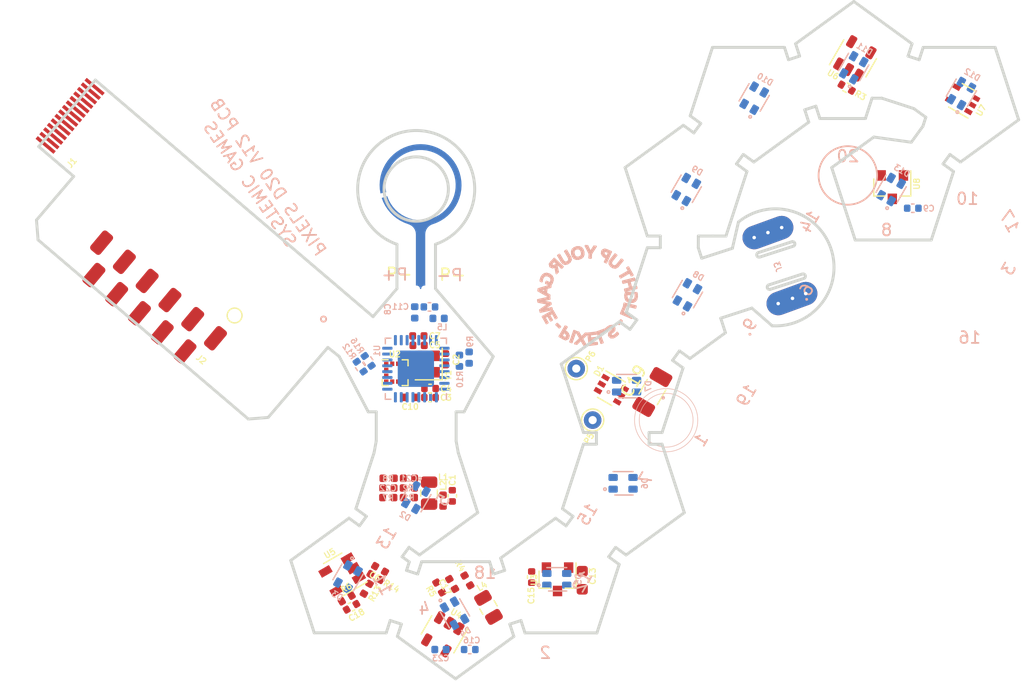
<source format=kicad_pcb>
(kicad_pcb (version 20211014) (generator pcbnew)
  (title_block (title "FLX-F020") (date "2021-09-11") (rev "10") (company "Systemic Games, LLC") (comment 1 "Flexible PCB, 0.13mm thickness"))
  (layers (0 "F.Cu" signal) (31 "B.Cu" signal) (34 "B.Paste" user) (35 "F.Paste" user) (36 "B.SilkS" user "B.Silkscreen") (37 "F.SilkS" user "F.Silkscreen") (38 "B.Mask" user) (39 "F.Mask" user) (44 "Edge.Cuts" user))
  (net 0 "")
  (net 1 "Net-(C1-Pad1)")
  (net 2 "GND")
  (net 3 "VDD")
  (net 4 "Net-(C13-Pad1)")
  (net 5 "VLED")
  (net 6 "Net-(L1-Pad2)")
  (net 7 "Net-(L1-Pad1)")
  (net 8 "+5V")
  (net 9 "Net-(R6-Pad1)")
  (net 10 "/LED_EN")
  (net 11 "Net-(C2-Pad2)")
  (net 12 "Net-(C3-Pad1)")
  (net 13 "Net-(C5-Pad2)")
  (net 14 "Net-(C7-Pad1)")
  (net 15 "Net-(C17-Pad2)")
  (net 16 "Net-(C19-Pad1)")
  (net 17 "Net-(C19-Pad2)")
  (net 18 "Net-(L4-Pad1)")
  (net 19 "RXI")
  (net 20 "TXO")
  (net 21 "SWO")
  (net 22 "RESET")
  (net 23 "SWDCLK")
  (net 24 "SWDIO")
  (net 25 "Net-(R10-Pad1)")
  (net 26 "Net-(R10-Pad2)")
  (net 27 "/LED_DATA")
  (net 28 "/Power/LED_EN_OUT")
  (net 29 "/STATS")
  (net 30 "/VLED_SENSE")
  (net 31 "/5V_SENSE")
  (net 32 "/VBAT_SENSE")
  (net 33 "/Power/MAG1_")
  (net 34 "Net-(D10-Pad1)")
  (net 36 "VBAT")
  (net 37 "Net-(R3-Pad1)")
  (net 38 "Net-(D2-Pad3)")
  (net 39 "Net-(D3-Pad3)")
  (net 40 "Net-(D4-Pad3)")
  (net 41 "Net-(D5-Pad3)")
  (net 42 "Net-(D6-Pad3)")
  (net 43 "Net-(D7-Pad3)")
  (net 44 "Net-(D8-Pad3)")
  (net 45 "Net-(D10-Pad3)")
  (net 46 "Net-(D11-Pad3)")
  (net 47 "Net-(D12-Pad3)")
  (net 48 "/SCL")
  (net 49 "/SDA")
  (net 50 "/ACC_INT")
  (net 51 "/ARC_ANTENNA")
  (net 52 "Net-(C8-Pad1)")
  (footprint "Pixels-dice:SOT-353_SC-70-5" (layer "F.Cu") (at 188.4 65.4 150)
    (fp_text reference "U7" (at -1.85198 -0.027724 60) (layer "F.SilkS") (effects (font (size 0.5 0.5) (thickness 0.1))))
    (fp_text value "74AHC1G08" hide)
    (pad "1" smd rect locked (at -0.95 -0.65 150) (size 0.65 0.4) (layers "F.Cu" "F.Paste" "F.Mask") (net 10 "/LED_EN"))
    (pad "2" smd rect locked (at -0.95 0 150) (size 0.65 0.4) (layers "F.Cu" "F.Paste" "F.Mask") (net 33 "/Power/MAG1_"))
    (pad "3" smd rect locked (at -0.95 0.65 150) (size 0.65 0.4) (layers "F.Cu" "F.Paste" "F.Mask") (net 2 "GND"))
    (pad "4" smd rect locked (at 0.95 0.65 150) (size 0.65 0.4) (layers "F.Cu" "F.Paste" "F.Mask") (net 28 "/Power/LED_EN_OUT"))
    (pad "5" smd rect locked (at 0.95 -0.65 150) (size 0.65 0.4) (layers "F.Cu" "F.Paste" "F.Mask") (net 36 "VBAT"))
  )
  (footprint "TestPoint:TestPoint_THTPad_D1.5mm_Drill0.7mm" (layer "F.Cu") (at 155.4 88.4 30)
    (fp_text reference "P6" (at 1.576551 -0.290666 240) (layer "F.SilkS") (effects (font (size 0.5 0.5) (thickness 0.1))))
    (fp_text value "COILB")
    (pad "1" thru_hole circle locked (at 0 0 30) (size 1.5 1.5) (drill 0.7) (layers *.Cu *.Mask) (net 17 "Net-(C19-Pad2)"))
  )
  (footprint "Resistor_SMD:R_0402_1005Metric" (layer "F.Cu") (at 138.25 106.2 -30)
    (fp_text reference "R14" (at 1.58 0.01 150) (layer "F.SilkS") (effects (font (size 0.5 0.5) (thickness 0.1))))
    (fp_text value "10M 1%")
    (pad "1" smd roundrect locked (at -0.485 0 330) (size 0.59 0.64) (layers "F.Cu" "F.Paste" "F.Mask") (net 30 "/VLED_SENSE"))
    (pad "2" smd roundrect locked (at 0.485 0 330) (size 0.59 0.64) (layers "F.Cu" "F.Paste" "F.Mask") (net 2 "GND"))
  )
  (footprint "Capacitor_SMD:C_0402_1005Metric" (layer "F.Cu") (at 138.64 105.52 -30)
    (fp_text reference "C6" (at -0.08 0.76 150) (layer "F.SilkS") (effects (font (size 0.5 0.5) (thickness 0.1))))
    (fp_text value "10nF 25V 10%")
    (pad "1" smd roundrect locked (at -0.485 0 330) (size 0.59 0.64) (layers "F.Cu" "F.Paste" "F.Mask") (net 30 "/VLED_SENSE"))
    (pad "2" smd roundrect locked (at 0.485 0 330) (size 0.59 0.64) (layers "F.Cu" "F.Paste" "F.Mask") (net 2 "GND"))
  )
  (footprint "Package_TO_SOT_SMD:SOT-23-5" (layer "F.Cu") (at 135.4 106 -150)
    (fp_text reference "U5" (at 0.01 2.09 30) (layer "F.SilkS") (effects (font (size 0.5 0.5) (thickness 0.1))))
    (fp_text value "MCP73832T-2ACI/OT")
    (pad "1" smd rect locked (at -1.1 -0.95 210) (size 1.06 0.65) (layers "F.Cu" "F.Paste" "F.Mask") (net 29 "/STATS"))
    (pad "2" smd rect locked (at -1.1 0 210) (size 1.06 0.65) (layers "F.Cu" "F.Paste" "F.Mask") (net 2 "GND"))
    (pad "3" smd rect locked (at -1.1 0.95 210) (size 1.06 0.65) (layers "F.Cu" "F.Paste" "F.Mask") (net 36 "VBAT"))
    (pad "4" smd rect locked (at 1.1 0.95 210) (size 1.06 0.65) (layers "F.Cu" "F.Paste" "F.Mask") (net 8 "+5V"))
    (pad "5" smd rect locked (at 1.1 -0.95 210) (size 1.06 0.65) (layers "F.Cu" "F.Paste" "F.Mask") (net 9 "Net-(R6-Pad1)"))
  )
  (footprint "Package_TO_SOT_SMD:SOT-23" (layer "F.Cu") (at 182.4 72.9 -90)
    (fp_text reference "U8" (at -0.28 -2.09 90) (layer "F.SilkS") (effects (font (size 0.5 0.5) (thickness 0.1))))
    (fp_text value "TMR1366")
    (pad "1" smd rect locked (at -1 -0.95 270) (size 0.9 0.8) (layers "F.Cu" "F.Paste" "F.Mask") (net 36 "VBAT"))
    (pad "2" smd rect locked (at -1 0.95 270) (size 0.9 0.8) (layers "F.Cu" "F.Paste" "F.Mask") (net 33 "/Power/MAG1_"))
    (pad "3" smd rect locked (at 1 0 270) (size 0.9 0.8) (layers "F.Cu" "F.Paste" "F.Mask") (net 2 "GND"))
  )
  (footprint "TestPoint:TestPoint_THTPad_D1.5mm_Drill0.7mm" (layer "F.Cu") (at 156.8 92.8 30)
    (fp_text reference "P5" (at -1.044808 1.20966 240) (layer "F.SilkS") (effects (font (size 0.5 0.5) (thickness 0.1))))
    (fp_text value "COILA")
    (pad "1" thru_hole circle locked (at 0 0 30) (size 1.5 1.5) (drill 0.7) (layers *.Cu *.Mask) (net 16 "Net-(C19-Pad1)"))
  )
  (footprint "Pixels-dice:SOT-23-5" (layer "F.Cu") (at 179.2 61.9 60)
    (fp_text reference "U6" (at -2.137192 -0.91698 150) (layer "F.SilkS") (effects (font (size 0.5 0.5) (thickness 0.1))))
    (fp_text value "MT9700" hide)
    (pad "1" smd roundrect locked (at -1.1 -0.95 60) (size 1.06 0.65) (layers "F.Cu" "F.Paste" "F.Mask") (net 5 "VLED"))
    (pad "2" smd roundrect locked (at -1.1 0 60) (size 1.06 0.65) (layers "F.Cu" "F.Paste" "F.Mask") (net 2 "GND"))
    (pad "3" smd roundrect locked (at -1.1 0.95 60) (size 1.06 0.65) (layers "F.Cu" "F.Paste" "F.Mask") (net 37 "Net-(R3-Pad1)"))
    (pad "4" smd roundrect locked (at 1.1 0.95 60) (size 1.06 0.65) (layers "F.Cu" "F.Paste" "F.Mask") (net 28 "/Power/LED_EN_OUT"))
    (pad "5" smd roundrect locked (at 1.1 -0.95 60) (size 1.06 0.65) (layers "F.Cu" "F.Paste" "F.Mask") (net 36 "VBAT"))
  )
  (footprint "Resistor_SMD:R_0402_1005Metric" (layer "F.Cu") (at 178.5 64.4 150)
    (fp_text reference "R3" (at -1.35691 0.009763 330) (layer "F.SilkS") (effects (font (size 0.5 0.5) (thickness 0.1))))
    (fp_text value "10k 5%")
    (pad "1" smd roundrect locked (at -0.51 0 150) (size 0.54 0.64) (layers "F.Cu" "F.Paste" "F.Mask") (net 37 "Net-(R3-Pad1)"))
    (pad "2" smd roundrect locked (at 0.51 0 150) (size 0.54 0.64) (layers "F.Cu" "F.Paste" "F.Mask") (net 2 "GND"))
  )
  (footprint "Resistor_SMD:R_0402_1005Metric" (layer "F.Cu") (at 137.5 107.21 60)
    (fp_text reference "R13" (at 0 0.82 60) (layer "F.SilkS") (effects (font (size 0.5 0.5) (thickness 0.1))))
    (fp_text value "4.02M 1%")
    (pad "1" smd roundrect locked (at -0.485 0 60) (size 0.59 0.64) (layers "F.Cu" "F.Paste" "F.Mask") (net 5 "VLED"))
    (pad "2" smd roundrect locked (at 0.485 0 60) (size 0.59 0.64) (layers "F.Cu" "F.Paste" "F.Mask") (net 30 "/VLED_SENSE"))
  )
  (footprint "Capacitor_SMD:C_0402_1005Metric" (layer "F.Cu") (at 141.91 85.61 180)
    (fp_text reference "C7" (at -1.41 0) (layer "F.SilkS") (effects (font (size 0.5 0.5) (thickness 0.1))))
    (fp_text value "100pF NP0 10V 5%")
    (pad "1" smd roundrect locked (at -0.485 0 180) (size 0.59 0.64) (layers "F.Cu" "F.Paste" "F.Mask") (net 14 "Net-(C7-Pad1)"))
    (pad "2" smd roundrect locked (at 0.485 0 180) (size 0.59 0.64) (layers "F.Cu" "F.Paste" "F.Mask") (net 2 "GND"))
  )
  (footprint "Inductor_SMD:L_0805_2012Metric" (layer "F.Cu") (at 142.830001 99.039997 -90)
    (fp_text reference "L1" (at -1.37 -1.21) (layer "F.SilkS") (effects (font (size 0.5 0.5) (thickness 0.1))))
    (fp_text value "10uH 100mA 10%")
    (pad "1" smd roundrect locked (at -0.9375 0 270) (size 0.975 1.4) (layers "F.Cu" "F.Paste" "F.Mask") (net 7 "Net-(L1-Pad1)"))
    (pad "2" smd roundrect locked (at 0.9375 0 270) (size 0.975 1.4) (layers "F.Cu" "F.Paste" "F.Mask") (net 6 "Net-(L1-Pad2)"))
  )
  (footprint "Capacitor_SMD:C_0402_1005Metric" (layer "F.Cu") (at 141.93 86.42)
    (fp_text reference "C5" (at 1.39 -0.03) (layer "F.SilkS") (effects (font (size 0.5 0.5) (thickness 0.1))))
    (fp_text value "6pF 10V 10%")
    (pad "1" smd roundrect locked (at -0.485 0) (size 0.59 0.64) (layers "F.Cu" "F.Paste" "F.Mask") (net 2 "GND"))
    (pad "2" smd roundrect locked (at 0.485 0) (size 0.59 0.64) (layers "F.Cu" "F.Paste" "F.Mask") (net 13 "Net-(C5-Pad2)"))
  )
  (footprint "Capacitor_SMD:C_0402_1005Metric" (layer "F.Cu") (at 142.9 90.87 180)
    (fp_text reference "C3" (at -1.37 -0.01 180) (layer "F.SilkS") (effects (font (size 0.5 0.5) (thickness 0.1))))
    (fp_text value "0.1uF 10V 20%")
    (pad "1" smd roundrect locked (at -0.48 0 180) (size 0.56 0.62) (layers "F.Cu" "F.Paste" "F.Mask") (net 12 "Net-(C3-Pad1)"))
    (pad "2" smd roundrect locked (at 0.48 0 180) (size 0.56 0.62) (layers "F.Cu" "F.Paste" "F.Mask") (net 2 "GND"))
  )
  (footprint "Capacitor_SMD:C_0402_1005Metric" (layer "F.Cu") (at 144.22 87.6 -90)
    (fp_text reference "C2" (at 0.04 -0.93 90) (layer "F.SilkS") (effects (font (size 0.5 0.5) (thickness 0.1))))
    (fp_text value "6pF 10V 10%")
    (pad "1" smd roundrect locked (at -0.485 0 270) (size 0.59 0.64) (layers "F.Cu" "F.Paste" "F.Mask") (net 2 "GND"))
    (pad "2" smd roundrect locked (at 0.485 0 270) (size 0.59 0.64) (layers "F.Cu" "F.Paste" "F.Mask") (net 11 "Net-(C2-Pad2)"))
  )
  (footprint "Capacitor_SMD:C_0402_1005Metric" (layer "F.Cu") (at 141.19 90.86)
    (fp_text reference "C10" (at 0.02 0.8 180) (layer "F.SilkS") (effects (font (size 0.5 0.5) (thickness 0.1))))
    (fp_text value "0.1uF 10V 20%")
    (pad "1" smd roundrect locked (at -0.485 0) (size 0.59 0.64) (layers "F.Cu" "F.Paste" "F.Mask") (net 3 "VDD"))
    (pad "2" smd roundrect locked (at 0.485 0) (size 0.59 0.64) (layers "F.Cu" "F.Paste" "F.Mask") (net 2 "GND"))
  )
  (footprint "Pixels-dice:FPC-POGO-11" (layer "F.Cu") (at 118.9 82.7 140)
    (fp_text reference "J2" (at -6.585693 -0.901705 140) (layer "F.SilkS") (effects (font (size 0.5 0.5) (thickness 0.1))))
    (fp_text value "Conn_01x11")
    (pad "" np_thru_hole circle (at -10 0 140) (size 2 2) (drill 2) (layers F&B.Cu *.Mask))
    (pad "" np_thru_hole circle (at 10 0 140) (size 2 2) (drill 2) (layers F&B.Cu *.Mask))
    (pad "1" smd roundrect (at -6.35 1.27 140) (size 1.1 2.1) (layers "F.Cu" "F.Paste" "F.Mask") (net 2 "GND"))
    (pad "2" smd roundrect (at -5.08 -1.27 140) (size 1.1 2.1) (layers "F.Cu" "F.Paste" "F.Mask") (net 36 "VBAT"))
    (pad "3" smd roundrect (at -3.81 1.27 140) (size 1.1 2.1) (layers "F.Cu" "F.Paste" "F.Mask") (net 3 "VDD"))
    (pad "4" smd roundrect (at -2.54 -1.27 140) (size 1.1 2.1) (layers "F.Cu" "F.Paste" "F.Mask") (net 8 "+5V"))
    (pad "5" smd roundrect (at -1.27 1.27 140) (size 1.1 2.1) (layers "F.Cu" "F.Paste" "F.Mask") (net 20 "TXO"))
    (pad "6" smd roundrect (at 0 -1.27 140) (size 1.1 2.1) (layers "F.Cu" "F.Paste" "F.Mask") (net 21 "SWO"))
    (pad "7" smd roundrect (at 1.27 1.27 140) (size 1.1 2.1) (layers "F.Cu" "F.Paste" "F.Mask") (net 19 "RXI"))
    (pad "8" smd roundrect (at 2.54 -1.27 140) (size 1.1 2.1) (layers "F.Cu" "F.Paste" "F.Mask") (net 22 "RESET"))
    (pad "9" smd roundrect (at 3.81 1.27 140) (size 1.1 2.1) (layers "F.Cu" "F.Paste" "F.Mask") (net 23 "SWDCLK"))
    (pad "10" smd roundrect (at 5.08 -1.27 140) (size 1.1 2.1) (layers "F.Cu" "F.Paste" "F.Mask") (net 24 "SWDIO"))
    (pad "11" smd roundrect (at 6.35 1.27 140) (size 1.1 2.1) (layers "F.Cu" "F.Paste" "F.Mask") (net 2 "GND"))
  )
  (footprint "Capacitor_SMD:C_0402_1005Metric" (layer "F.Cu") (at 136.2 108.75 30)
    (fp_text reference "C18" (at 0.02 0.83 30) (layer "F.SilkS") (effects (font (size 0.5 0.5) (thickness 0.1))))
    (fp_text value "4.7uF 6.3V 20%")
    (pad "1" smd roundrect locked (at -0.48 0 30) (size 0.56 0.62) (layers "F.Cu" "F.Paste" "F.Mask") (net 3 "VDD"))
    (pad "2" smd roundrect locked (at 0.48 0 30) (size 0.56 0.62) (layers "F.Cu" "F.Paste" "F.Mask") (net 2 "GND"))
  )
  (footprint "Resistor_SMD:R_0402_1005Metric" (layer "F.Cu") (at 146.1 106.5 -60)
    (fp_text reference "R4" (at -1.396282 -0.081569 120) (layer "F.SilkS") (effects (font (size 0.5 0.5) (thickness 0.1))))
    (fp_text value "402k 1%")
    (pad "1" smd roundrect locked (at -0.485 0 300) (size 0.59 0.64) (layers "F.Cu" "F.Paste" "F.Mask") (net 15 "Net-(C17-Pad2)"))
    (pad "2" smd roundrect locked (at 0.485 0 300) (size 0.59 0.64) (layers "F.Cu" "F.Paste" "F.Mask") (net 3 "VDD"))
  )
  (footprint "Capacitor_SMD:C_0402_1005Metric" (layer "F.Cu") (at 144.8 106.8 120)
    (fp_text reference "C17" (at 0.098494 -0.670596 300) (layer "F.SilkS") (effects (font (size 0.5 0.5) (thickness 0.1))))
    (fp_text value "22pF 10V 5%")
    (pad "1" smd roundrect locked (at -0.485 0 120) (size 0.59 0.64) (layers "F.Cu" "F.Paste" "F.Mask") (net 3 "VDD"))
    (pad "2" smd roundrect locked (at 0.485 0 120) (size 0.59 0.64) (layers "F.Cu" "F.Paste" "F.Mask") (net 15 "Net-(C17-Pad2)"))
  )
  (footprint "Pixels-dice:SOT-23-5" (layer "F.Cu") (at 144 111.1 -120)
    (fp_text reference "U4" (at -2.099897 -0.112384 150) (layer "F.SilkS") (effects (font (size 0.5 0.5) (thickness 0.1))))
    (fp_text value "LN3406" hide)
    (pad "1" smd roundrect locked (at -1.1 -0.95 240) (size 1.06 0.65) (layers "F.Cu" "F.Paste" "F.Mask") (net 33 "/Power/MAG1_"))
    (pad "2" smd roundrect locked (at -1.1 0 240) (size 1.06 0.65) (layers "F.Cu" "F.Paste" "F.Mask") (net 2 "GND"))
    (pad "3" smd roundrect locked (at -1.1 0.95 240) (size 1.06 0.65) (layers "F.Cu" "F.Paste" "F.Mask") (net 18 "Net-(L4-Pad1)"))
    (pad "4" smd roundrect locked (at 1.1 0.95 240) (size 1.06 0.65) (layers "F.Cu" "F.Paste" "F.Mask") (net 36 "VBAT"))
    (pad "5" smd roundrect locked (at 1.1 -0.95 240) (size 1.06 0.65) (layers "F.Cu" "F.Paste" "F.Mask") (net 15 "Net-(C17-Pad2)"))
  )
  (footprint "Capacitor_SMD:C_0402_1005Metric" (layer "F.Cu") (at 142.91 90.1 180)
    (fp_text reference "C4" (at -1.37 -0.03) (layer "F.SilkS") (effects (font (size 0.5 0.5) (thickness 0.1))))
    (fp_text value "4.7uF 6.3V 20%")
    (pad "1" smd roundrect locked (at -0.48 0 180) (size 0.56 0.62) (layers "F.Cu" "F.Paste" "F.Mask") (net 3 "VDD"))
    (pad "2" smd roundrect locked (at 0.48 0 180) (size 0.56 0.62) (layers "F.Cu" "F.Paste" "F.Mask") (net 2 "GND"))
  )
  (footprint "Inductor_SMD:L_0805_2012Metric" (layer "F.Cu") (at 147.9 108.8 -60)
    (fp_text reference "L4" (at -1.832201 -0.422737 210) (layer "F.SilkS") (effects (font (size 0.5 0.5) (thickness 0.1))))
    (fp_text value "2.2uH 20mA 10%")
    (pad "1" smd roundrect locked (at -0.9375 0 300) (size 0.975 1.4) (layers "F.Cu" "F.Paste" "F.Mask") (net 18 "Net-(L4-Pad1)"))
    (pad "2" smd roundrect locked (at 0.9375 0 300) (size 0.975 1.4) (layers "F.Cu" "F.Paste" "F.Mask") (net 3 "VDD"))
  )
  (footprint "Resistor_SMD:R_0402_1005Metric" (layer "F.Cu") (at 135.79 108.04 30)
    (fp_text reference "R6" (at 0.42 -0.8 30) (layer "F.SilkS") (effects (font (size 0.5 0.5) (thickness 0.1))))
    (fp_text value "10k 5%")
    (pad "1" smd roundrect locked (at -0.485 0 30) (size 0.59 0.64) (layers "F.Cu" "F.Paste" "F.Mask") (net 9 "Net-(R6-Pad1)"))
    (pad "2" smd roundrect locked (at 0.485 0 30) (size 0.59 0.64) (layers "F.Cu" "F.Paste" "F.Mask") (net 2 "GND"))
  )
  (footprint "Pixels-dice:FPC_14" (layer "F.Cu") (at 110.071637 69.298133 50)
    (fp_text reference "J1" (at 0.278638 2.68286 50) (layer "F.SilkS") (effects (font (size 0.5 0.5) (thickness 0.1))))
    (fp_text value "Conn_01x14")
    (pad "1" smd rect locked (at 0 0 50) (size 0.3 2) (layers "F.Cu" "F.Mask") (net 36 "VBAT") (clearance 0.15))
    (pad "2" smd rect locked (at 0.499999 0 50) (size 0.3 2) (layers "F.Cu" "F.Mask") (net 36 "VBAT") (clearance 0.15))
    (pad "3" smd rect locked (at 1 0 50) (size 0.3 2) (layers "F.Cu" "F.Mask") (net 2 "GND") (clearance 0.15))
    (pad "4" smd rect locked (at 1.5 0 50) (size 0.3 2) (layers "F.Cu" "F.Mask") (net 2 "GND") (clearance 0.15))
    (pad "5" smd rect locked (at 2.000001 0 50) (size 0.3 2) (layers "F.Cu" "F.Mask") (net 24 "SWDIO") (clearance 0.15))
    (pad "6" smd rect locked (at 2.5 0 50) (size 0.3 2) (layers "F.Cu" "F.Mask") (net 23 "SWDCLK") (clearance 0.15))
    (pad "7" smd rect locked (at 3 0 50) (size 0.3 2) (layers "F.Cu" "F.Mask") (net 2 "GND") (clearance 0.15))
    (pad "8" smd rect locked (at 3.5 0 50) (size 0.3 2) (layers "F.Cu" "F.Mask") (net 2 "GND") (clearance 0.15))
    (pad "9" smd rect locked (at 4 0 50) (size 0.3 2) (layers "F.Cu" "F.Mask") (net 22 "RESET") (clearance 0.15))
    (pad "10" smd rect locked (at 4.500001 0 50) (size 0.3 2) (layers "F.Cu" "F.Mask") (net 19 "RXI") (clearance 0.15))
    (pad "11" smd rect locked (at 5 0 50) (size 0.3 2) (layers "F.Cu" "F.Mask") (net 21 "SWO") (clearance 0.15))
    (pad "12" smd rect locked (at 5.5 0 50) (size 0.3 2) (layers "F.Cu" "F.Mask") (net 20 "TXO") (clearance 0.15))
    (pad "13" smd rect locked (at 6 0 50) (size 0.3 2) (layers "F.Cu" "F.Mask") (net 3 "VDD") (clearance 0.15))
    (pad "14" smd rect locked (at 6.5 0 50) (size 0.3 2) (layers "F.Cu" "F.Mask") (net 3 "VDD") (clearance 0.15))
  )
  (footprint "Capacitor_SMD:C_0603_1608Metric" (layer "F.Cu") (at 155.91 106.48 90)
    (fp_text reference "C13" (at 0.348756 0.884064 90) (layer "F.SilkS") (effects (font (size 0.5 0.5) (thickness 0.1))))
    (fp_text value "4.7uF 25V 20%")
    (pad "1" smd roundrect locked (at -0.775 0 90) (size 0.9 0.95) (layers "F.Cu" "F.Paste" "F.Mask") (net 4 "Net-(C13-Pad1)"))
    (pad "2" smd roundrect locked (at 0.775 0 90) (size 0.9 0.95) (layers "F.Cu" "F.Paste" "F.Mask") (net 2 "GND"))
  )
  (footprint "Package_TO_SOT_SMD:SOT-363_SC-70-6" (layer "F.Cu") (at 158.4 90.2 -30)
    (fp_text reference "D1" (at -1.722987 -0.864301 60) (layer "F.SilkS") (effects (font (size 0.5 0.5) (thickness 0.1))))
    (fp_text value "BAV99S")
    (pad "1" smd rect locked (at -0.95 -0.65 330) (size 0.65 0.4) (layers "F.Cu" "F.Paste" "F.Mask") (net 2 "GND"))
    (pad "2" smd rect locked (at -0.95 0 330) (size 0.65 0.4) (layers "F.Cu" "F.Paste" "F.Mask") (net 4 "Net-(C13-Pad1)"))
    (pad "3" smd rect locked (at -0.95 0.65 330) (size 0.65 0.4) (layers "F.Cu" "F.Paste" "F.Mask") (net 16 "Net-(C19-Pad1)"))
    (pad "4" smd rect locked (at 0.95 0.65 330) (size 0.65 0.4) (layers "F.Cu" "F.Paste" "F.Mask") (net 2 "GND"))
    (pad "5" smd rect locked (at 0.95 0 330) (size 0.65 0.4) (layers "F.Cu" "F.Paste" "F.Mask") (net 4 "Net-(C13-Pad1)"))
    (pad "6" smd rect locked (at 0.95 -0.65 330) (size 0.65 0.4) (layers "F.Cu" "F.Paste" "F.Mask") (net 17 "Net-(C19-Pad2)"))
  )
  (footprint "Capacitor_SMD:C_0402_1005Metric" (layer "F.Cu") (at 151.59 106.21 -90)
    (fp_text reference "C15" (at 1.588705 0.039667 90) (layer "F.SilkS") (effects (font (size 0.5 0.5) (thickness 0.1))))
    (fp_text value "4.7uF 6.3V 20%")
    (pad "1" smd roundrect locked (at -0.48 0 270) (size 0.56 0.62) (layers "F.Cu" "F.Paste" "F.Mask") (net 8 "+5V"))
    (pad "2" smd roundrect locked (at 0.48 0 270) (size 0.56 0.62) (layers "F.Cu" "F.Paste" "F.Mask") (net 2 "GND"))
  )
  (footprint "Inductor_SMD:L_0402_1005Metric" (layer "F.Cu") (at 144.020001 99.679997 90)
    (fp_text reference "L2" (at 1.3 0.02 90) (layer "F.SilkS") (effects (font (size 0.5 0.5) (thickness 0.1))))
    (fp_text value "15nH 100mA 5%")
    (pad "1" smd roundrect locked (at -0.485 0 90) (size 0.59 0.64) (layers "F.Cu" "F.Paste" "F.Mask") (net 6 "Net-(L1-Pad2)"))
    (pad "2" smd roundrect locked (at 0.485 0 90) (size 0.59 0.64) (layers "F.Cu" "F.Paste" "F.Mask") (net 1 "Net-(C1-Pad1)"))
  )
  (footprint "Capacitor_SMD:C_0402_1005Metric" (layer "F.Cu") (at 144.810001 99.269997 -90)
    (fp_text reference "C1" (at -1.34 -0.01 90) (layer "F.SilkS") (effects (font (size 0.5 0.5) (thickness 0.1))))
    (fp_text value "4.7uF 6.3V 20%")
    (pad "1" smd roundrect locked (at -0.48 0 270) (size 0.56 0.62) (layers "F.Cu" "F.Paste" "F.Mask") (net 1 "Net-(C1-Pad1)"))
    (pad "2" smd roundrect locked (at 0.48 0 270) (size 0.56 0.62) (layers "F.Cu" "F.Paste" "F.Mask") (net 2 "GND"))
  )
  (footprint "Capacitor_SMD:C_0402_1005Metric" (layer "F.Cu") (at 141.110001 97.769997 180)
    (fp_text reference "C21" (at 0.01 -0.02 180) (layer "B.SilkS") (effects (font (size 0.5 0.5) (thickness 0.1)) (justify mirror)))
    (fp_text value "10nF 25V 10%")
    (pad "1" smd roundrect locked (at -0.485 0 180) (size 0.59 0.64) (layers "F.Cu" "F.Paste" "F.Mask") (net 31 "/5V_SENSE"))
    (pad "2" smd roundrect locked (at 0.485 0 180) (size 0.59 0.64) (layers "F.Cu" "F.Paste" "F.Mask") (net 2 "GND"))
  )
  (footprint "Resistor_SMD:R_0402_1005Metric" (layer "F.Cu") (at 139.340001 99.419997 180)
    (fp_text reference "R7" (at 0.01 -0.02 180) (layer "B.SilkS") (effects (font (size 0.5 0.5) (thickness 0.1)) (justify mirror)))
    (fp_text value "4.02M 1%")
    (pad "1" smd roundrect locked (at -0.485 0 180) (size 0.59 0.64) (layers "F.Cu" "F.Paste" "F.Mask") (net 36 "VBAT"))
    (pad "2" smd roundrect locked (at 0.485 0 180) (size 0.59 0.64) (layers "F.Cu" "F.Paste" "F.Mask") (net 32 "/VBAT_SENSE"))
  )
  (footprint "Resistor_SMD:R_0402_1005Metric" (layer "F.Cu") (at 141.1 98.6)
    (fp_text reference "R2" (at -0.049999 0.019997) (layer "B.SilkS") (effects (font (size 0.5 0.5) (thickness 0.1)) (justify mirror)))
    (fp_text value "10M 1%")
    (pad "1" smd roundrect locked (at -0.485 0) (size 0.59 0.64) (layers "F.Cu" "F.Paste" "F.Mask") (net 2 "GND"))
    (pad "2" smd roundrect locked (at 0.485 0) (size 0.59 0.64) (layers "F.Cu" "F.Paste" "F.Mask") (net 31 "/5V_SENSE"))
  )
  (footprint "Resistor_SMD:R_0402_1005Metric" (layer "F.Cu") (at 139.370001 97.769997)
    (fp_text reference "R8" (at -0.04 0.03 -180) (layer "B.SilkS") (effects (font (size 0.5 0.5) (thickness 0.1)) (justify mirror)))
    (fp_text value "10M 1%")
    (pad "1" smd roundrect locked (at -0.485 0) (size 0.59 0.64) (layers "F.Cu" "F.Paste" "F.Mask") (net 32 "/VBAT_SENSE"))
    (pad "2" smd roundrect locked (at 0.485 0) (size 0.59 0.64) (layers "F.Cu" "F.Paste" "F.Mask") (net 2 "GND"))
  )
  (footprint "Resistor_SMD:R_0402_1005Metric" (layer "F.Cu") (at 141.100001 99.419997)
    (fp_text reference "R1" (at 0 -0.01) (layer "B.SilkS") (effects (font (size 0.5 0.5) (thickness 0.1)) (justify mirror)))
    (fp_text value "4.02M 1%")
    (pad "1" smd roundrect locked (at -0.485 0) (size 0.59 0.64) (layers "F.Cu" "F.Paste" "F.Mask") (net 8 "+5V"))
    (pad "2" smd roundrect locked (at 0.485 0) (size 0.59 0.64) (layers "F.Cu" "F.Paste" "F.Mask") (net 31 "/5V_SENSE"))
  )
  (footprint "Capacitor_SMD:C_0402_1005Metric" (layer "F.Cu") (at 139.350001 98.599997)
    (fp_text reference "C22" (at -0.03 0.02) (layer "B.SilkS") (effects (font (size 0.5 0.5) (thickness 0.1)) (justify mirror)))
    (fp_text value "10nF 25V 10%")
    (pad "1" smd roundrect locked (at -0.485 0) (size 0.59 0.64) (layers "F.Cu" "F.Paste" "F.Mask") (net 32 "/VBAT_SENSE"))
    (pad "2" smd roundrect locked (at 0.485 0) (size 0.59 0.64) (layers "F.Cu" "F.Paste" "F.Mask") (net 2 "GND"))
  )
  (footprint "Pixels-dice:Crystal_SMD_2016-4Pin_2.0x1.6mm" (layer "F.Cu") (at 142.8 88.01 90)
    (fp_text reference "Y1" (at -0.97 1.66 270) (layer "F.SilkS") (effects (font (size 0.5 0.5) (thickness 0.1))))
    (fp_text value "32MHz 40ppm")
    (pad "1" smd custom locked (at -0.7 0.55 90) (size 0.5 0.5) (layers "F.Cu" "F.Paste" "F.Mask") (net 11 "Net-(C2-Pad2)") (options (clearance outline) (anchor rect)) (primitives (gr_poly (pts (xy 0.4 -0.2) (xy 0.4 0.35) (xy -0.4 0.35) (xy -0.4 -0.35) (xy 0.25 -0.35)) (width 0.1) (fill yes)) (gr_line (start -0.2 0.25) (end -0.3 0.15) (width 0.1)) (gr_line (start -0.3 -0.25) (end 0.2 0.25) (width 0.1))))
    (pad "2" smd roundrect locked (at 0.7 0.55 90) (size 0.9 0.8) (layers "F.Cu" "F.Paste" "F.Mask") (roundrect_rratio 0.075) (net 2 "GND"))
    (pad "3" smd custom locked (at 0.7 -0.55 90) (size 0.5 0.5) (layers "F.Cu" "F.Paste" "F.Mask") (net 13 "Net-(C5-Pad2)") (options (clearance outline) (anchor rect)) (primitives (gr_poly (pts (xy 0.4 0.35) (xy -0.25 0.35) (xy -0.4 0.2) (xy -0.4 -0.35) (xy 0.4 -0.35)) (width 0.1) (fill yes)) (gr_line (start 0.2 -0.25) (end 0.3 -0.15) (width 0.1))))
    (pad "4" smd roundrect locked (at -0.7 -0.55 90) (size 0.9 0.8) (layers "F.Cu" "F.Paste" "F.Mask") (roundrect_rratio 0.075) (net 2 "GND"))
  )
  (footprint "Package_LGA:LGA-12_2x2mm_P0.5mm" (layer "F.Cu") (at 139.93 88.75)
    (fp_text reference "U2" (at -0.03 -1.58) (layer "F.SilkS") (effects (font (size 0.5 0.5) (thickness 0.1))))
    (fp_text value "KXTJ3-1057")
    (pad "1" smd rect locked (at -0.7625 -0.75) (size 0.375 0.35) (layers "F.Cu" "F.Paste" "F.Mask") (net 3 "VDD"))
    (pad "2" smd rect locked (at -0.7625 -0.25) (size 0.375 0.35) (layers "F.Cu" "F.Paste" "F.Mask") (net 49 "/SDA"))
    (pad "3" smd rect locked (at -0.7625 0.25) (size 0.375 0.35) (layers "F.Cu" "F.Paste" "F.Mask") (net 3 "VDD"))
    (pad "4" smd rect locked (at -0.7625 0.75) (size 0.375 0.35) (layers "F.Cu" "F.Paste" "F.Mask"))
    (pad "5" smd rect locked (at -0.25 0.7625 90) (size 0.375 0.35) (layers "F.Cu" "F.Paste" "F.Mask") (net 50 "/ACC_INT"))
    (pad "6" smd rect locked (at 0.25 0.7625 90) (size 0.375 0.35) (layers "F.Cu" "F.Paste" "F.Mask") (net 2 "GND"))
    (pad "7" smd rect locked (at 0.7625 0.75) (size 0.375 0.35) (layers "F.Cu" "F.Paste" "F.Mask") (net 3 "VDD"))
    (pad "8" smd rect locked (at 0.7625 0.25) (size 0.375 0.35) (layers "F.Cu" "F.Paste" "F.Mask") (net 2 "GND"))
    (pad "9" smd rect locked (at 0.7625 -0.25) (size 0.375 0.35) (layers "F.Cu" "F.Paste" "F.Mask") (net 2 "GND"))
    (pad "10" smd rect locked (at 0.7625 -0.75) (size 0.375 0.35) (layers "F.Cu" "F.Paste" "F.Mask") (net 3 "VDD"))
    (pad "11" smd rect locked (at 0.25 -0.7625 90) (size 0.375 0.35) (layers "F.Cu" "F.Paste" "F.Mask") (net 3 "VDD"))
    (pad "12" smd rect locked (at -0.25 -0.7625 90) (size 0.375 0.35) (layers "F.Cu" "F.Paste" "F.Mask") (net 48 "/SCL"))
  )
  (footprint "Resistor_SMD:R_0402_1005Metric" (layer "F.Cu") (at 143.7 107.1 120)
    (fp_text reference "R5" (at 0.074817 -0.769587 300) (layer "F.SilkS") (effects (font (size 0.5 0.5) (thickness 0.1))))
    (fp_text value "100k 1%")
    (pad "1" smd roundrect locked (at -0.485 0 120) (size 0.59 0.64) (layers "F.Cu" "F.Paste" "F.Mask") (net 2 "GND"))
    (pad "2" smd roundrect locked (at 0.485 0 120) (size 0.59 0.64) (layers "F.Cu" "F.Paste" "F.Mask") (net 15 "Net-(C17-Pad2)"))
  )
  (footprint "Pixels-dice:SOT-23" (layer "F.Cu") (at 153.8 106.4 90)
    (fp_text reference "U3" (at -0.04409 -1.998416 90) (layer "F.SilkS") (effects (font (size 0.5 0.5) (thickness 0.1))))
    (fp_text value "5V Regulator")
    (pad "1" smd rect locked (at 1 0.95 270) (size 0.9 0.8) (layers "F.Cu" "F.Paste" "F.Mask") (net 2 "GND"))
    (pad "2" smd rect locked (at 1 -0.95 270) (size 0.9 0.8) (layers "F.Cu" "F.Paste" "F.Mask") (net 8 "+5V"))
    (pad "3" smd rect locked (at -1 0 270) (size 0.9 0.8) (layers "F.Cu" "F.Paste" "F.Mask") (net 4 "Net-(C13-Pad1)"))
  )
  (footprint "Capacitor_SMD:C_1206_3216Metric" (layer "F.Cu") (at 161.9 90.4 60)
    (fp_text reference "C19" (at 0 -1.85 60) (layer "F.SilkS"))
    (fp_text value "82nF 50V 5% NP0")
    (pad "1" smd roundrect (at -1.475 0 60) (size 1.15 1.8) (layers "F.Cu" "F.Paste" "F.Mask") (roundrect_rratio 0.217391) (net 16 "Net-(C19-Pad1)"))
    (pad "2" smd roundrect (at 1.475 0 60) (size 1.15 1.8) (layers "F.Cu" "F.Paste" "F.Mask") (roundrect_rratio 0.217391) (net 17 "Net-(C19-Pad2)"))
  )
  (footprint "Pixels-dice:TX1812Z_2020" (layer "B.Cu") (at 153.735902 106.4 -90)
    (fp_text reference "D5" (at 0 -1.85 90) (layer "B.SilkS") (effects (font (size 0.5 0.5) (thickness 0.1)) (justify mirror)))
    (fp_text value "TX1812Z_2020")
    (pad "1" smd roundrect locked (at 0.5 0.85 180) (size 0.8 0.6) (layers "B.Cu" "B.Paste" "B.Mask") (roundrect_rratio 0.2) (net 40 "Net-(D4-Pad3)"))
    (pad "2" smd roundrect locked (at -0.5 0.85 180) (size 0.8 0.6) (layers "B.Cu" "B.Paste" "B.Mask") (roundrect_rratio 0.2) (net 5 "VLED"))
    (pad "3" smd roundrect locked (at -0.5 -0.85 180) (size 0.8 0.6) (layers "B.Cu" "B.Paste" "B.Mask") (roundrect_rratio 0.2) (net 41 "Net-(D5-Pad3)"))
    (pad "4" smd roundrect locked (at 0.5 -0.85 180) (size 0.8 0.6) (layers "B.Cu" "B.Paste" "B.Mask") (roundrect_rratio 0.2) (net 2 "GND"))
  )
  (footprint "Pixels-dice:TX1812Z_2020" (layer "B.Cu") (at 145 109.3 -150)
    (fp_text reference "D4" (at 0 -1.85 30) (layer "B.SilkS") (effects (font (size 0.5 0.5) (thickness 0.1)) (justify mirror)))
    (fp_text value "TX1812Z_2020")
    (pad "1" smd roundrect locked (at 0.5 0.85 120) (size 0.8 0.6) (layers "B.Cu" "B.Paste" "B.Mask") (roundrect_rratio 0.2) (net 39 "Net-(D3-Pad3)"))
    (pad "2" smd roundrect locked (at -0.5 0.85 120) (size 0.8 0.6) (layers "B.Cu" "B.Paste" "B.Mask") (roundrect_rratio 0.2) (net 5 "VLED"))
    (pad "3" smd roundrect locked (at -0.5 -0.85 120) (size 0.8 0.6) (layers "B.Cu" "B.Paste" "B.Mask") (roundrect_rratio 0.2) (net 40 "Net-(D4-Pad3)"))
    (pad "4" smd roundrect locked (at 0.5 -0.85 120) (size 0.8 0.6) (layers "B.Cu" "B.Paste" "B.Mask") (roundrect_rratio 0.2) (net 2 "GND"))
  )
  (footprint "Pixels-dice:TX1812Z_2020" (layer "B.Cu") (at 159.4 98.2 -90)
    (fp_text reference "D6" (at 0 -1.85 90) (layer "B.SilkS") (effects (font (size 0.5 0.5) (thickness 0.1)) (justify mirror)))
    (fp_text value "TX1812Z_2020")
    (pad "1" smd roundrect locked (at 0.5 0.85 180) (size 0.8 0.6) (layers "B.Cu" "B.Paste" "B.Mask") (roundrect_rratio 0.2) (net 41 "Net-(D5-Pad3)"))
    (pad "2" smd roundrect locked (at -0.5 0.85 180) (size 0.8 0.6) (layers "B.Cu" "B.Paste" "B.Mask") (roundrect_rratio 0.2) (net 5 "VLED"))
    (pad "3" smd roundrect locked (at -0.5 -0.85 180) (size 0.8 0.6) (layers "B.Cu" "B.Paste" "B.Mask") (roundrect_rratio 0.2) (net 42 "Net-(D6-Pad3)"))
    (pad "4" smd roundrect locked (at 0.5 -0.85 180) (size 0.8 0.6) (layers "B.Cu" "B.Paste" "B.Mask") (roundrect_rratio 0.2) (net 2 "GND"))
  )
  (footprint "Capacitor_SMD:C_0402_1005Metric" (layer "B.Cu") (at 146.3 112.4)
    (fp_text reference "C16" (at 0.17 -0.79) (layer "B.SilkS") (effects (font (size 0.5 0.5) (thickness 0.1)) (justify mirror)))
    (fp_text value "4.7uF 6.3V 20%")
    (pad "1" smd roundrect locked (at -0.48 0) (size 0.56 0.62) (layers "B.Cu" "B.Paste" "B.Mask") (net 36 "VBAT"))
    (pad "2" smd roundrect locked (at 0.48 0) (size 0.56 0.62) (layers "B.Cu" "B.Paste" "B.Mask") (net 2 "GND"))
  )
  (footprint "Pixels-dice:TX1812Z_2020" (layer "B.Cu") (at 141.7 99.4 150)
    (fp_text reference "D2" (at 0 -1.85 150) (layer "B.SilkS") (effects (font (size 0.5 0.5) (thickness 0.1)) (justify mirror)))
    (fp_text value "TX1812Z_2020")
    (pad "1" smd roundrect locked (at 0.5 0.85 60) (size 0.8 0.6) (layers "B.Cu" "B.Paste" "B.Mask") (roundrect_rratio 0.2) (net 27 "/LED_DATA"))
    (pad "2" smd roundrect locked (at -0.5 0.85 60) (size 0.8 0.6) (layers "B.Cu" "B.Paste" "B.Mask") (roundrect_rratio 0.2) (net 5 "VLED"))
    (pad "3" smd roundrect locked (at -0.5 -0.85 60) (size 0.8 0.6) (layers "B.Cu" "B.Paste" "B.Mask") (roundrect_rratio 0.2) (net 38 "Net-(D2-Pad3)"))
    (pad "4" smd roundrect locked (at 0.5 -0.85 60) (size 0.8 0.6) (layers "B.Cu" "B.Paste" "B.Mask") (roundrect_rratio 0.2) (net 2 "GND"))
  )
  (footprint "Pixels-dice:TX1812Z_2020" (layer "B.Cu") (at 159.7 89.9 -90)
    (fp_text reference "D7" (at 0 -1.85 90) (layer "B.SilkS") (effects (font (size 0.5 0.5) (thickness 0.1)) (justify mirror)))
    (fp_text value "TX1812Z_2020")
    (pad "1" smd roundrect locked (at 0.5 0.85 180) (size 0.8 0.6) (layers "B.Cu" "B.Paste" "B.Mask") (roundrect_rratio 0.2) (net 42 "Net-(D6-Pad3)"))
    (pad "2" smd roundrect locked (at -0.5 0.85 180) (size 0.8 0.6) (layers "B.Cu" "B.Paste" "B.Mask") (roundrect_rratio 0.2) (net 5 "VLED"))
    (pad "3" smd roundrect locked (at -0.5 -0.85 180) (size 0.8 0.6) (layers "B.Cu" "B.Paste" "B.Mask") (roundrect_rratio 0.2) (net 43 "Net-(D7-Pad3)"))
    (pad "4" smd roundrect locked (at 0.5 -0.85 180) (size 0.8 0.6) (layers "B.Cu" "B.Paste" "B.Mask") (roundrect_rratio 0.2) (net 2 "GND"))
  )
  (footprint "Pixels-dice:TX1812Z_2020" (layer "B.Cu") (at 182.3 73.1 -30)
    (fp_text reference "D13" (at 0 -1.85 150) (layer "B.SilkS") (effects (font (size 0.5 0.5) (thickness 0.1)) (justify mirror)))
    (fp_text value "TX1812Z_2020")
    (pad "1" smd roundrect locked (at 0.5 0.85 240) (size 0.8 0.6) (layers "B.Cu" "B.Paste" "B.Mask") (roundrect_rratio 0.2) (net 47 "Net-(D12-Pad3)"))
    (pad "2" smd roundrect locked (at -0.5 0.85 240) (size 0.8 0.6) (layers "B.Cu" "B.Paste" "B.Mask") (roundrect_rratio 0.2) (net 5 "VLED"))
    (pad "3" smd roundrect locked (at -0.5 -0.85 240) (size 0.8 0.6) (layers "B.Cu" "B.Paste" "B.Mask") (roundrect_rratio 0.2))
    (pad "4" smd roundrect locked (at 0.5 -0.85 240) (size 0.8 0.6) (layers "B.Cu" "B.Paste" "B.Mask") (roundrect_rratio 0.2) (net 2 "GND"))
  )
  (footprint "Pixels-dice:TX1812Z_2020" (layer "B.Cu") (at 188.3 64.9 -30)
    (fp_text reference "D12" (at 0 -1.85 150) (layer "B.SilkS") (effects (font (size 0.5 0.5) (thickness 0.1)) (justify mirror)))
    (fp_text value "TX1812Z_2020")
    (pad "1" smd roundrect locked (at 0.5 0.85 240) (size 0.8 0.6) (layers "B.Cu" "B.Paste" "B.Mask") (roundrect_rratio 0.2) (net 46 "Net-(D11-Pad3)"))
    (pad "2" smd roundrect locked (at -0.5 0.85 240) (size 0.8 0.6) (layers "B.Cu" "B.Paste" "B.Mask") (roundrect_rratio 0.2) (net 5 "VLED"))
    (pad "3" smd roundrect locked (at -0.5 -0.85 240) (size 0.8 0.6) (layers "B.Cu" "B.Paste" "B.Mask") (roundrect_rratio 0.2) (net 47 "Net-(D12-Pad3)"))
    (pad "4" smd roundrect locked (at 0.5 -0.85 240) (size 0.8 0.6) (layers "B.Cu" "B.Paste" "B.Mask") (roundrect_rratio 0.2) (net 2 "GND"))
  )
  (footprint "Pixels-dice:TX1812Z_2020" (layer "B.Cu") (at 164.8 73.1 -30)
    (fp_text reference "D9" (at 0 -1.85 150) (layer "B.SilkS") (effects (font (size 0.5 0.5) (thickness 0.1)) (justify mirror)))
    (fp_text value "TX1812Z_2020")
    (pad "1" smd roundrect locked (at 0.5 0.85 240) (size 0.8 0.6) (layers "B.Cu" "B.Paste" "B.Mask") (roundrect_rratio 0.2) (net 44 "Net-(D8-Pad3)"))
    (pad "2" smd roundrect locked (at -0.5 0.85 240) (size 0.8 0.6) (layers "B.Cu" "B.Paste" "B.Mask") (roundrect_rratio 0.2) (net 5 "VLED"))
    (pad "3" smd roundrect locked (at -0.5 -0.85 240) (size 0.8 0.6) (layers "B.Cu" "B.Paste" "B.Mask") (roundrect_rratio 0.2) (net 34 "Net-(D10-Pad1)"))
    (pad "4" smd roundrect locked (at 0.5 -0.85 240) (size 0.8 0.6) (layers "B.Cu" "B.Paste" "B.Mask") (roundrect_rratio 0.2) (net 2 "GND"))
  )
  (footprint "Pixels-dice:TX1812Z_2020" (layer "B.Cu") (at 164.9 82.1 -30)
    (fp_text reference "D8" (at 0 -1.85 150) (layer "B.SilkS") (effects (font (size 0.5 0.5) (thickness 0.1)) (justify mirror)))
    (fp_text value "TX1812Z_2020")
    (pad "1" smd roundrect locked (at 0.5 0.85 240) (size 0.8 0.6) (layers "B.Cu" "B.Paste" "B.Mask") (roundrect_rratio 0.2) (net 43 "Net-(D7-Pad3)"))
    (pad "2" smd roundrect locked (at -0.5 0.85 240) (size 0.8 0.6) (layers "B.Cu" "B.Paste" "B.Mask") (roundrect_rratio 0.2) (net 5 "VLED"))
    (pad "3" smd roundrect locked (at -0.5 -0.85 240) (size 0.8 0.6) (layers "B.Cu" "B.Paste" "B.Mask") (roundrect_rratio 0.2) (net 44 "Net-(D8-Pad3)"))
    (pad "4" smd roundrect locked (at 0.5 -0.85 240) (size 0.8 0.6) (layers "B.Cu" "B.Paste" "B.Mask") (roundrect_rratio 0.2) (net 2 "GND"))
  )
  (footprint "Pixels-dice:TX1812Z_2020" (layer "B.Cu") (at 179.1 62.7 -30)
    (fp_text reference "D11" (at 0 -1.85 150) (layer "B.SilkS") (effects (font (size 0.5 0.5) (thickness 0.1)) (justify mirror)))
    (fp_text value "TX1812Z_2020")
    (pad "1" smd roundrect locked (at 0.5 0.85 240) (size 0.8 0.6) (layers "B.Cu" "B.Paste" "B.Mask") (roundrect_rratio 0.2) (net 45 "Net-(D10-Pad3)"))
    (pad "2" smd roundrect locked (at -0.5 0.85 240) (size 0.8 0.6) (layers "B.Cu" "B.Paste" "B.Mask") (roundrect_rratio 0.2) (net 5 "VLED"))
    (pad "3" smd roundrect locked (at -0.5 -0.85 240) (size 0.8 0.6) (layers "B.Cu" "B.Paste" "B.Mask") (roundrect_rratio 0.2) (net 46 "Net-(D11-Pad3)"))
    (pad "4" smd roundrect locked (at 0.5 -0.85 240) (size 0.8 0.6) (layers "B.Cu" "B.Paste" "B.Mask") (roundrect_rratio 0.2) (net 2 "GND"))
  )
  (footprint "Resistor_SMD:R_0402_1005Metric" (layer "B.Cu") (at 145.42 87.73 90)
    (fp_text reference "R10" (at -1.59 0.04 90) (layer "B.SilkS") (effects (font (size 0.5 0.5) (thickness 0.1)) (justify mirror)))
    (fp_text value "100k 1%")
    (pad "1" smd roundrect locked (at -0.485 0 90) (size 0.59 0.64) (layers "B.Cu" "B.Paste" "B.Mask") (net 25 "Net-(R10-Pad1)"))
    (pad "2" smd roundrect locked (at 0.485 0 90) (size 0.59 0.64) (layers "B.Cu" "B.Paste" "B.Mask") (net 26 "Net-(R10-Pad2)"))
  )
  (footprint "Package_DFN_QFN:QFN-32-1EP_5x5mm_P0.5mm_EP3.1x3.1mm" (layer "B.Cu") (at 141.7 88.41 90)
    (fp_text reference "U1" (at 1.53 -3.32 270) (layer "B.SilkS") (effects (font (size 0.5 0.5) (thickness 0.1)) (justify mirror)))
    (fp_text value "N52810_QFN32")
    (pad "1" smd roundrect locked (at -2.4375 1.75 90) (size 0.875 0.25) (layers "B.Cu" "B.Paste" "B.Mask") (net 12 "Net-(C3-Pad1)"))
    (pad "2" smd roundrect locked (at -2.4375 1.25 90) (size 0.875 0.25) (layers "B.Cu" "B.Paste" "B.Mask") (net 10 "/LED_EN"))
    (pad "3" smd roundrect locked (at -2.4375 0.75 90) (size 0.875 0.25) (layers "B.Cu" "B.Paste" "B.Mask") (net 29 "/STATS"))
    (pad "4" smd roundrect locked (at -2.4375 0.25 90) (size 0.875 0.25) (layers "B.Cu" "B.Paste" "B.Mask") (net 31 "/5V_SENSE"))
    (pad "5" smd roundrect locked (at -2.4375 -0.25 90) (size 0.875 0.25) (layers "B.Cu" "B.Paste" "B.Mask") (net 32 "/VBAT_SENSE"))
    (pad "6" smd roundrect locked (at -2.4375 -0.75 90) (size 0.875 0.25) (layers "B.Cu" "B.Paste" "B.Mask") (net 27 "/LED_DATA"))
    (pad "7" smd roundrect locked (at -2.4375 -1.25 90) (size 0.875 0.25) (layers "B.Cu" "B.Paste" "B.Mask"))
    (pad "8" smd roundrect locked (at -2.4375 -1.75 90) (size 0.875 0.25) (layers "B.Cu" "B.Paste" "B.Mask"))
    (pad "9" smd roundrect locked (at -1.75 -2.4375 90) (size 0.25 0.875) (layers "B.Cu" "B.Paste" "B.Mask") (net 3 "VDD"))
    (pad "10" smd roundrect locked (at -1.25 -2.4375 90) (size 0.25 0.875) (layers "B.Cu" "B.Paste" "B.Mask") (net 50 "/ACC_INT"))
    (pad "11" smd roundrect locked (at -0.75 -2.4375 90) (size 0.25 0.875) (layers "B.Cu" "B.Paste" "B.Mask") (net 48 "/SCL"))
    (pad "12" smd roundrect locked (at -0.25 -2.4375 90) (size 0.25 0.875) (layers "B.Cu" "B.Paste" "B.Mask") (net 49 "/SDA"))
    (pad "13" smd roundrect locked (at 0.25 -2.4375 90) (size 0.25 0.875) (layers "B.Cu" "B.Paste" "B.Mask") (net 20 "TXO"))
    (pad "14" smd roundrect locked (at 0.75 -2.4375 90) (size 0.25 0.875) (layers "B.Cu" "B.Paste" "B.Mask") (net 21 "SWO"))
    (pad "15" smd roundrect locked (at 1.25 -2.4375 90) (size 0.25 0.875) (layers "B.Cu" "B.Paste" "B.Mask") (net 19 "RXI"))
    (pad "16" smd roundrect locked (at 1.75 -2.4375 90) (size 0.25 0.875) (layers "B.Cu" "B.Paste" "B.Mask") (net 22 "RESET"))
    (pad "17" smd roundrect locked (at 2.4375 -1.75 90) (size 0.875 0.25) (layers "B.Cu" "B.Paste" "B.Mask") (net 23 "SWDCLK"))
    (pad "18" smd roundrect locked (at 2.4375 -1.25 90) (size 0.875 0.25) (layers "B.Cu" "B.Paste" "B.Mask") (net 24 "SWDIO"))
    (pad "19" smd roundrect locked (at 2.4375 -0.75 90) (size 0.875 0.25) (layers "B.Cu" "B.Paste" "B.Mask") (net 52 "Net-(C8-Pad1)"))
    (pad "20" smd roundrect locked (at 2.4375 -0.25 90) (size 0.875 0.25) (layers "B.Cu" "B.Paste" "B.Mask") (net 2 "GND"))
    (pad "21" smd roundrect locked (at 2.4375 0.25 90) (size 0.875 0.25) (layers "B.Cu" "B.Paste" "B.Mask"))
    (pad "22" smd roundrect locked (at 2.4375 0.75 90) (size 0.875 0.25) (layers "B.Cu" "B.Paste" "B.Mask") (net 14 "Net-(C7-Pad1)"))
    (pad "23" smd roundrect locked (at 2.4375 1.25 90) (size 0.875 0.25) (layers "B.Cu" "B.Paste" "B.Mask") (net 13 "Net-(C5-Pad2)"))
    (pad "24" smd roundrect locked (at 2.4375 1.75 90) (size 0.875 0.25) (layers "B.Cu" "B.Paste" "B.Mask") (net 11 "Net-(C2-Pad2)"))
    (pad "25" smd roundrect locked (at 1.75 2.4375 90) (size 0.25 0.875) (layers "B.Cu" "B.Paste" "B.Mask") (net 3 "VDD"))
    (pad "26" smd roundrect locked (at 1.25 2.4375 90) (size 0.25 0.875) (layers "B.Cu" "B.Paste" "B.Mask") (net 26 "Net-(R10-Pad2)"))
    (pad "27" smd roundrect locked (at 0.75 2.4375 90) (size 0.25 0.875) (layers "B.Cu" "B.Paste" "B.Mask") (net 25 "Net-(R10-Pad1)"))
    (pad "28" smd roundrect locked (at 0.25 2.4375 90) (size 0.25 0.875) (layers "B.Cu" "B.Paste" "B.Mask") (net 30 "/VLED_SENSE"))
    (pad "29" smd roundrect locked (at -0.25 2.4375 90) (size 0.25 0.875) (layers "B.Cu" "B.Paste" "B.Mask") (net 2 "GND"))
    (pad "30" smd roundrect locked (at -0.75 2.4375 90) (size 0.25 0.875) (layers "B.Cu" "B.Paste" "B.Mask") (net 1 "Net-(C1-Pad1)"))
    (pad "31" smd roundrect locked (at -1.25 2.4375 90) (size 0.25 0.875) (layers "B.Cu" "B.Paste" "B.Mask") (net 7 "Net-(L1-Pad1)"))
    (pad "32" smd roundrect locked (at -1.75 2.4375 90) (size 0.25 0.875) (layers "B.Cu" "B.Paste" "B.Mask") (net 3 "VDD"))
    (pad "33" smd roundrect locked (at 0 0 90) (size 3.1 3.1) (layers "B.Cu" "B.Mask") (roundrect_rratio 0.08064483871) (net 2 "GND"))
  )
  (footprint "Capacitor_SMD:C_0402_1005Metric" (layer "B.Cu") (at 141.6 83.6 90)
    (fp_text reference "C8" (at 0.27 -2.31 270) (layer "B.SilkS") (effects (font (size 0.5 0.5) (thickness 0.1)) (justify mirror)))
    (fp_text value "?? NP0")
    (pad "1" smd roundrect locked (at -0.485 0 90) (size 0.59 0.64) (layers "B.Cu" "B.Paste" "B.Mask") (net 52 "Net-(C8-Pad1)"))
    (pad "2" smd roundrect locked (at 0.485 0 90) (size 0.59 0.64) (layers "B.Cu" "B.Paste" "B.Mask") (net 2 "GND"))
  )
  (footprint "Capacitor_SMD:C_0402_1005Metric" (layer "B.Cu") (at 143.8 112.4 180)
    (fp_text reference "C23" (at -0.02 -0.74 180) (layer "B.SilkS") (effects (font (size 0.5 0.5) (thickness 0.1)) (justify mirror)))
    (fp_text value "0.1uF 10V 20%")
    (pad "1" smd roundrect locked (at -0.485 0 180) (size 0.59 0.64) (layers "B.Cu" "B.Paste" "B.Mask") (net 5 "VLED"))
    (pad "2" smd roundrect locked (at 0.485 0 180) (size 0.59 0.64) (layers "B.Cu" "B.Paste" "B.Mask") (net 2 "GND"))
  )
  (footprint "Pixels-dice:TX1812Z_2020" (layer "B.Cu") (at 135.9 106.2 150)
    (fp_text reference "D3" (at 0 -1.85 150) (layer "B.SilkS") (effects (font (size 0.5 0.5) (thickness 0.1)) (justify mirror)))
    (fp_text value "TX1812Z_2020")
    (pad "1" smd roundrect locked (at 0.5 0.85 60) (size 0.8 0.6) (layers "B.Cu" "B.Paste" "B.Mask") (roundrect_rratio 0.2) (net 38 "Net-(D2-Pad3)"))
    (pad "2" smd roundrect locked (at -0.5 0.85 60) (size 0.8 0.6) (layers "B.Cu" "B.Paste" "B.Mask") (roundrect_rratio 0.2) (net 5 "VLED"))
    (pad "3" smd roundrect locked (at -0.5 -0.85 60) (size 0.8 0.6) (layers "B.Cu" "B.Paste" "B.Mask") (roundrect_rratio 0.2) (net 39 "Net-(D3-Pad3)"))
    (pad "4" smd roundrect locked (at 0.5 -0.85 60) (size 0.8 0.6) (layers "B.Cu" "B.Paste" "B.Mask") (roundrect_rratio 0.2) (net 2 "GND"))
  )
  (footprint "Capacitor_SMD:C_0402_1005Metric" (layer "B.Cu") (at 184.15 74.7)
    (fp_text reference "C9" (at 1.37 0.02) (layer "B.SilkS") (effects (font (size 0.5 0.5) (thickness 0.1)) (justify mirror)))
    (fp_text value "4.7uF 6.3V 20%")
    (pad "1" smd roundrect locked (at -0.48 0) (size 0.56 0.62) (layers "B.Cu" "B.Paste" "B.Mask") (net 5 "VLED"))
    (pad "2" smd roundrect locked (at 0.48 0) (size 0.56 0.62) (layers "B.Cu" "B.Paste" "B.Mask") (net 2 "GND"))
  )
  (footprint "Resistor_SMD:R_0402_1005Metric" (layer "B.Cu") (at 146.25 87.46 -90)
    (fp_text reference "R9" (at -1.37 -0.08 -90) (layer "B.SilkS") (effects (font (size 0.5 0.5) (thickness 0.1)) (justify mirror)))
    (fp_text value "100k 1%")
    (pad "1" smd roundrect locked (at -0.485 0 270) (size 0.59 0.64) (layers "B.Cu" "B.Paste" "B.Mask") (net 2 "GND"))
    (pad "2" smd roundrect locked (at 0.485 0 270) (size 0.59 0.64) (layers "B.Cu" "B.Paste" "B.Mask") (net 25 "Net-(R10-Pad1)"))
  )
  (footprint "Pixels-dice:Hongjie 10100 Connector" (layer "B.Cu") (at 172.8 79.6 -70)
    (fp_text reference "J3" (at 0.03 0.22 110) (layer "B.SilkS") (effects (font (size 0.5 0.5) (thickness 0.1)) (justify mirror)))
    (fp_text value "Conn_01x02")
    (pad "1" thru_hole circle (at -3 0 290) (size 1 1) (drill 0.3) (layers *.Cu *.Mask) (net 36 "VBAT"))
    (pad "1" thru_hole circle (at -3 1.25 290) (size 1 1) (drill 0.3) (layers *.Cu *.Mask) (net 36 "VBAT"))
    (pad "1" smd roundrect (at -3 0 290) (size 2 4.5) (layers "F.Cu" "F.Mask") (roundrect_rratio 0.5) (net 36 "VBAT"))
    (pad "1" thru_hole circle (at -3 -1.25 290) (size 1 1) (drill 0.3) (layers *.Cu *.Mask) (net 36 "VBAT"))
    (pad "1" smd roundrect (at -3 0 290) (size 2 4.5) (layers "B.Cu" "B.Mask") (roundrect_rratio 0.5) (net 36 "VBAT"))
    (pad "2" thru_hole circle (at 3 1.25 290) (size 1 1) (drill 0.3) (layers *.Cu *.Mask) (net 2 "GND"))
    (pad "2" thru_hole circle (at 3 -1.25 290) (size 1 1) (drill 0.3) (layers *.Cu *.Mask) (net 2 "GND"))
    (pad "2" thru_hole circle (at 3 -0.05 290) (size 1 1) (drill 0.3) (layers *.Cu *.Mask) (net 2 "GND"))
    (pad "2" smd roundrect (at 3 0 290) (size 2 4.5) (layers "B.Cu" "B.Mask") (roundrect_rratio 0.5) (net 2 "GND"))
    (pad "2" smd roundrect (at 3 0 290) (size 2 4.5) (layers "F.Cu" "F.Mask") (roundrect_rratio 0.5) (net 2 "GND"))
  )
  (footprint "Pixels-dice:TX1812Z_2020" (layer "B.Cu") (at 170.6 65.3 -30)
    (fp_text reference "D10" (at 0 -1.85 150) (layer "B.SilkS") (effects (font (size 0.5 0.5) (thickness 0.1)) (justify mirror)))
    (fp_text value "TX1812Z_2020")
    (pad "1" smd roundrect locked (at 0.5 0.85 240) (size 0.8 0.6) (layers "B.Cu" "B.Paste" "B.Mask") (roundrect_rratio 0.2) (net 34 "Net-(D10-Pad1)"))
    (pad "2" smd roundrect locked (at -0.5 0.85 240) (size 0.8 0.6) (layers "B.Cu" "B.Paste" "B.Mask") (roundrect_rratio 0.2) (net 5 "VLED"))
    (pad "3" smd roundrect locked (at -0.5 -0.85 240) (size 0.8 0.6) (layers "B.Cu" "B.Paste" "B.Mask") (roundrect_rratio 0.2) (net 45 "Net-(D10-Pad3)"))
    (pad "4" smd roundrect locked (at 0.5 -0.85 240) (size 0.8 0.6) (layers "B.Cu" "B.Paste" "B.Mask") (roundrect_rratio 0.2) (net 2 "GND"))
  )
  (footprint "Resistor_SMD:R_0402_1005Metric" (layer "B.Cu") (at 136.94 88.23 -55)
    (fp_text reference "R12" (at -1.598324 0.016162 125) (layer "B.SilkS") (effects (font (size 0.5 0.5) (thickness 0.1)) (justify mirror)))
    (fp_text value "2.7k 5%")
    (pad "1" smd roundrect locked (at -0.51 0 305) (size 0.54 0.64) (layers "B.Cu" "B.Paste" "B.Mask") (net 3 "VDD"))
    (pad "2" smd roundrect locked (at 0.51 0 305) (size 0.54 0.64) (layers "B.Cu" "B.Paste" "B.Mask") (net 48 "/SCL"))
  )
  (footprint "Resistor_SMD:R_0402_1005Metric" (layer "B.Cu") (at 137.62 87.74 -55)
    (fp_text reference "R16" (at -1.598324 0.016162 125) (layer "B.SilkS") (effects (font (size 0.5 0.5) (thickness 0.1)) (justify mirror)))
    (fp_text value "2.7k 5%")
    (pad "1" smd roundrect locked (at -0.51 0 305) (size 0.54 0.64) (layers "B.Cu" "B.Paste" "B.Mask") (net 3 "VDD"))
    (pad "2" smd roundrect locked (at 0.51 0 305) (size 0.54 0.64) (layers "B.Cu" "B.Paste" "B.Mask") (net 49 "/SDA"))
  )
  (footprint "Capacitor_SMD:C_0402_1005Metric" (layer "B.Cu") (at 142.86 83.13 180)
    (fp_text reference "C11" (at 2.49 0.02 180) (layer "B.SilkS") (effects (font (size 0.5 0.5) (thickness 0.1)) (justify mirror)))
    (fp_text value "?? NP0")
    (pad "1" smd roundrect locked (at -0.48 0 180) (size 0.56 0.62) (layers "B.Cu" "B.Paste" "B.Mask") (net 51 "/ARC_ANTENNA"))
    (pad "2" smd roundrect locked (at 0.48 0 180) (size 0.56 0.62) (layers "B.Cu" "B.Paste" "B.Mask") (net 2 "GND"))
  )
  (footprint "Inductor_SMD:L_0402_1005Metric" (layer "B.Cu") (at 143.64 84.11)
    (fp_text reference "L5" (at 0.31 0.75) (layer "B.SilkS") (effects (font (size 0.5 0.5) (thickness 0.1)) (justify mirror)))
    (fp_text value "??")
    (pad "1" smd roundrect locked (at -0.485 0) (size 0.59 0.64) (layers "B.Cu" "B.Paste" "B.Mask") (net 52 "Net-(C8-Pad1)"))
    (pad "2" smd roundrect locked (at 0.485 0) (size 0.59 0.64) (layers "B.Cu" "B.Paste" "B.Mask") (net 51 "/ARC_ANTENNA"))
  )
  (footprint "Pixels-dice:ARC_Antenna" (layer "B.Cu") (at 142.1 81.525 90)
    (fp_text reference "AE2" hide)
    (fp_text value "ARC")
    (fp_poly (pts (xy 5.394 -0.883) (xy 5.306 -0.746) (xy 5.194 -0.627) (xy 5.063 -0.53) (xy 4.916 -0.459) (xy 4.759 -0.415) (xy 4.596 -0.4) (xy 0.22 -0.4) (xy 0.22 -0.345) (xy 0.205 -0.252) (xy 0.163 -0.169) (xy 0.096 -0.102) (xy 0.013 -0.06) (xy -0.08 -0.045) (xy -0.08 0.045) (xy 0.013 0.06) (xy 0.096 0.102) (xy 0.163 0.169) (xy 0.205 0.252) (xy 0.22 0.345) (xy 0.22 0.4) (xy 4.596 0.4) (xy 4.759 0.415) (xy 4.916 0.459) (xy 5.063 0.53) (xy 5.194 0.627) (xy 5.306 0.746) (xy 5.394 0.883) (xy 5.456 1.034) (xy 5.583 1.379) (xy 5.745 1.708) (xy 5.941 2.019) (xy 6.168 2.307) (xy 6.424 2.57) (xy 6.706 2.805) (xy 7.012 3.009) (xy 7.337 3.179) (xy 7.678 3.315) (xy 8.031 3.415) (xy 8.393 3.476) (xy 8.759 3.5) (xy 9.126 3.485) (xy 9.489 3.431) (xy 9.845 3.34) (xy 10.189 3.212) (xy 10.518 3.049) (xy 10.828 2.853) (xy 11.116 2.624) (xy 11.378 2.367) (xy 11.612 2.084) (xy 11.815 1.778) (xy 11.984 1.453) (xy 12.119 1.111) (xy 12.217 0.758) (xy 12.278 0.395) (xy 12.3 0.029) (xy 12.284 -0.338) (xy 12.229 -0.701) (xy 12.137 -1.056) (xy 12.008 -1.4) (xy 11.844 -1.728) (xy 11.646 -2.037) (xy 11.417 -2.324) (xy 11.159 -2.586) (xy 10.875 -2.819) (xy 10.568 -3.02) (xy 10.242 -3.189) (xy 9.9 -3.323) (xy 9.546 -3.42) (xy 9.184 -3.479) (xy 8.817 -3.5) (xy 8.451 -3.483) (xy 8.088 -3.427) (xy 8.19 -2.937) (xy 8.528 -2.988) (xy 8.871 -2.999) (xy 9.212 -2.972) (xy 9.548 -2.905) (xy 9.875 -2.801) (xy 10.187 -2.66) (xy 10.481 -2.485) (xy 10.753 -2.277) (xy 11 -2.039) (xy 11.218 -1.775) (xy 11.405 -1.488) (xy 11.558 -1.181) (xy 11.674 -0.859) (xy 11.754 -0.526) (xy 11.794 -0.186) (xy 11.796 0.157) (xy 11.759 0.497) (xy 11.683 0.831) (xy 11.569 1.154) (xy 11.419 1.463) (xy 11.235 1.752) (xy 11.02 2.018) (xy 10.775 2.258) (xy 10.505 2.468) (xy 10.213 2.647) (xy 9.902 2.79) (xy 9.576 2.898) (xy 9.241 2.967) (xy 8.9 2.998) (xy 8.557 2.99) (xy 8.218 2.943) (xy 7.886 2.858) (xy 7.567 2.735) (xy 7.263 2.576) (xy 6.979 2.384) (xy 6.719 2.161) (xy 6.486 1.91) (xy 6.284 1.634) (xy 6.114 1.336) (xy 5.979 1.021) (xy 5.881 0.693) (xy 5.821 0.356) (xy 5.8 0.014) (xy 5.818 -0.328) (xy 5.875 -0.666) (xy 5.97 -0.995) (xy 6.102 -1.311) (xy 6.269 -1.61) (xy 6.469 -1.888) (xy 6.699 -2.142) (xy 6.957 -2.367) (xy 7.239 -2.562) (xy 7.541 -2.723) (xy 7.86 -2.849) (xy 7.703 -3.324) (xy 7.358 -3.189) (xy 7.03 -3.019) (xy 6.721 -2.815) (xy 6.435 -2.58) (xy 6.176 -2.316) (xy 5.946 -2.026) (xy 5.748 -1.713) (xy 5.584 -1.381) (xy 5.456 -1.034)) (layer "B.Cu") (width 0) (fill solid))
    (pad "1" smd rect locked (at 0 0.005 90) (size 0.09 0.09) (layers "B.Cu" "B.Paste" "B.Mask") (net 51 "/ARC_ANTENNA"))
  )
  (gr_circle (center 163.08 92.81) (end 165.38 92.81) (layer "B.SilkS") (width 0.05) (fill none))
  (gr_circle (center 163.08 92.81) (end 165.78 92.81) (layer "B.SilkS") (width 0.05) (fill none))
  (gr_line (start 158.2495 79.45445) (end 158.2485 79.27815) (layer "B.SilkS") (width 0.1734))
  (gr_line (start 155.3755 78.15735) (end 155.2285 78.25415) (layer "B.SilkS") (width 0.1734))
  (gr_line (start 153.5045 79.63125) (end 153.6595 79.54135) (layer "B.SilkS") (width 0.1734))
  (gr_line (start 153.1905 81.431651) (end 152.2965 81.68415) (layer "B.SilkS") (width 0.1734))
  (gr_line (start 156.5395 78.58365) (end 156.2065 77.91955) (layer "B.SilkS") (width 0.1734))
  (gr_line (start 156.0585 86.36995) (end 155.8085 85.93545) (layer "B.SilkS") (width 0.1734))
  (gr_line (start 153.7125 80.25255) (end 153.6065 79.68815) (layer "B.SilkS") (width 0.1734))
  (gr_line (start 153.3165 79.39025) (end 153.2875 79.42555) (layer "B.SilkS") (width 0.1734))
  (gr_line (start 152.2965 81.68415) (end 152.7185 81.91735) (layer "B.SilkS") (width 0.1734))
  (gr_line (start 158.0075 84.94245) (end 158.1455 84.83705) (layer "B.SilkS") (width 0.1734))
  (gr_line (start 159.2835 84.33195) (end 159.0655 84.59935) (layer "B.SilkS") (width 0.1734))
  (gr_line (start 157.0905 85.77205) (end 157.1015 85.87465) (layer "B.SilkS") (width 0.1734))
  (gr_line (start 158.2485 79.27815) (end 158.3415 79.11235) (layer "B.SilkS") (width 0.1734))
  (gr_line (start 158.2375 85.63825) (end 158.1915 85.54295) (layer "B.SilkS") (width 0.1734))
  (gr_line (start 153.3325 81.03595) (end 153.2965 81.11215) (layer "B.SilkS") (width 0.1734))
  (gr_line (start 152.3275 82.61435) (end 153.1925 82.791251) (layer "B.SilkS") (width 0.1734))
  (gr_line (start 153.6595 79.54135) (end 153.7205 79.59815) (layer "B.SilkS") (width 0.1734))
  (gr_line (start 158.7815 85.47665) (end 158.9015 85.34265) (layer "B.SilkS") (width 0.1734))
  (gr_line (start 153.3695 83.64175) (end 153.0705 83.81165) (layer "B.SilkS") (width 0.1734))
  (gr_line (start 159.4715 83.09495) (end 159.5665 83.13575) (layer "B.SilkS") (width 0.1734))
  (gr_line (start 156.2065 77.91955) (end 156.353499 77.92935) (layer "B.SilkS") (width 0.1734))
  (gr_line (start 152.8175 81.971451) (end 153.1105 82.13305) (layer "B.SilkS") (width 0.1734))
  (gr_line (start 160.2115 80.40035) (end 160.1215 80.45125) (layer "B.SilkS") (width 0.1734))
  (gr_line (start 160.5525 81.943651) (end 160.573499 82.04315) (layer "B.SilkS") (width 0.1734))
  (gr_line (start 158.294499 84.75935) (end 158.4815 84.74875) (layer "B.SilkS") (width 0.1734))
  (gr_line (start 156.6505 86.25935) (end 157.1635 86.20055) (layer "B.SilkS") (width 0.1734))
  (gr_line (start 159.3625 83.60905) (end 160.1725 83.95735) (layer "B.SilkS") (width 0.1734))
  (gr_line (start 155.3385 85.22025) (end 155.0095 86.14875) (layer "B.SilkS") (width 0.1734))
  (gr_line (start 155.8215 78.09095) (end 155.9405 78.23215) (layer "B.SilkS") (width 0.1734))
  (gr_line (start 152.9295 80.43395) (end 152.7435 80.43345) (layer "B.SilkS") (width 0.1734))
  (gr_line (start 157.3545 85.33875) (end 157.6555 86.16785) (layer "B.SilkS") (width 0.1734))
  (gr_line (start 153.6065 79.68815) (end 153.5595 79.71135) (layer "B.SilkS") (width 0.1734))
  (gr_line (start 158.1915 85.54295) (end 158.2165 85.36715) (layer "B.SilkS") (width 0.1734))
  (gr_line (start 159.5665 83.13575) (end 159.3625 83.60905) (layer "B.SilkS") (width 0.1734))
  (gr_line (start 156.6125 85.93095) (end 156.6505 86.25935) (layer "B.SilkS") (width 0.1734))
  (gr_line (start 155.4725 78.02775) (end 155.6555 78.02455) (layer "B.SilkS") (width 0.1734))
  (gr_line (start 153.0635 80.34475) (end 153.1715 80.39855) (layer "B.SilkS") (width 0.1734))
  (gr_line (start 159.2595 79.07905) (end 159.3585 79.15955) (layer "B.SilkS") (width 0.1734))
  (gr_line (start 155.038499 78.57625) (end 155.0335 78.39125) (layer "B.SilkS") (width 0.1734))
  (gr_line (start 153.3115 83.342651) (end 152.3485 83.550651) (layer "B.SilkS") (width 0.1734))
  (gr_line (start 158.9015 85.34265) (end 158.9675 85.44005) (layer "B.SilkS") (width 0.1734))
  (gr_line (start 160.573499 82.04315) (end 160.5825 82.220651) (layer "B.SilkS") (width 0.1734))
  (gr_line (start 154.4865 85.90465) (end 154.3215 85.84545) (layer "B.SilkS") (width 0.1734))
  (gr_line (start 159.9955 81.528551) (end 159.8525 80.96445) (layer "B.SilkS") (width 0.1734))
  (gr_line (start 155.2915 86.25935) (end 155.7455 85.82705) (layer "B.SilkS") (width 0.1734))
  (gr_line (start 153.3805 79.75775) (end 153.2115 79.69305) (layer "B.SilkS") (width 0.1734))
  (gr_line (start 159.5165 82.84275) (end 160.4755 83.07115) (layer "B.SilkS") (width 0.1734))
  (gr_line (start 159.4875 82.966751) (end 159.5165 82.84275) (layer "B.SilkS") (width 0.1734))
  (gr_line (start 154.4455 78.38655) (end 154.5555 78.32135) (layer "B.SilkS") (width 0.1734))
  (gr_line (start 154.6575 79.29485) (end 154.734499 79.23705) (layer "B.SilkS") (width 0.1734))
  (gr_line (start 156.0185 78.47635) (end 156.0225 78.66065) (layer "B.SilkS") (width 0.1734))
  (gr_line (start 154.6225 85.64285) (end 154.5825 85.46625) (layer "B.SilkS") (width 0.1734))
  (gr_line (start 153.2875 79.42555) (end 153.3085 79.59835) (layer "B.SilkS") (width 0.1734))
  (gr_line (start 159.5845 82.16125) (end 159.5925 82.07715) (layer "B.SilkS") (width 0.1734))
  (gr_line (start 156.6005 85.82825) (end 157.0905 85.77205) (layer "B.SilkS") (width 0.1734))
  (gr_line (start 157.8265 78.22605) (end 157.9965 78.26755) (layer "B.SilkS") (width 0.1734))
  (gr_line (start 160.0765 82.71705) (end 159.9565 82.70385) (layer "B.SilkS") (width 0.1734))
  (gr_line (start 159.5925 81.76235) (end 159.5615 81.63865) (layer "B.SilkS") (width 0.1734))
  (gr_line (start 153.2415 80.98615) (end 153.2715 80.897851) (layer "B.SilkS") (width 0.1734))
  (gr_line (start 153.3975 83.480051) (end 153.7195 84.04935) (layer "B.SilkS") (width 0.1734))
  (gr_line (start 154.5825 85.46625) (end 154.4575 85.33795) (layer "B.SilkS") (width 0.1734))
  (gr_line (start 156.9245 77.96625) (end 157.0655 77.97545) (layer "B.SilkS") (width 0.1734))
  (gr_line (start 152.9475 84.47515) (end 152.8575 84.52615) (layer "B.SilkS") (width 0.1734))
  (gr_line (start 154.9055 78.92225) (end 154.9325 79.10865) (layer "B.SilkS") (width 0.1734))
  (gr_line (start 155.6355 79.01305) (end 155.5775 79.02435) (layer "B.SilkS") (width 0.1734))
  (gr_line (start 158.4805 79.59135) (end 158.5615 79.64395) (layer "B.SilkS") (width 0.1734))
  (gr_line (start 154.4695 84.79255) (end 154.5805 84.85665) (layer "B.SilkS") (width 0.1734))
  (gr_line (start 158.8785 79.54895) (end 159.2595 79.07905) (layer "B.SilkS") (width 0.1734))
  (gr_line (start 153.5195 79.02045) (end 154.2375 79.69575) (layer "B.SilkS") (width 0.1734))
  (gr_line (start 159.0655 84.59935) (end 158.9855 84.53425) (layer "B.SilkS") (width 0.1734))
  (gr_line (start 157.8045 85.06605) (end 157.8395 85.16315) (layer "B.SilkS") (width 0.1734))
  (gr_line (start 152.7475 81.67105) (end 152.853499 81.64775) (layer "B.SilkS") (width 0.1734))
  (gr_line (start 158.7235 85.65255) (end 158.5705 85.73435) (layer "B.SilkS") (width 0.1734))
  (gr_line (start 157.073499 85.32305) (end 157.0855 85.42575) (layer "B.SilkS") (width 0.1734))
  (gr_line (start 153.3085 79.59835) (end 153.3245 79.61185) (layer "B.SilkS") (width 0.1734))
  (gr_line (start 158.3675 84.85605) (end 158.2035 84.92305) (layer "B.SilkS") (width 0.1734))
  (gr_line (start 158.8635 85.54495) (end 158.7235 85.65255) (layer "B.SilkS") (width 0.1734))
  (gr_line (start 159.6905 82.26955) (end 159.7555 82.45065) (layer "B.SilkS") (width 0.1734))
  (gr_line (start 155.2285 78.25415) (end 155.163499 78.42925) (layer "B.SilkS") (width 0.1734))
  (gr_line (start 153.7205 79.59815) (end 153.8285 80.13035) (layer "B.SilkS") (width 0.1734))
  (gr_line (start 155.7455 85.82705) (end 155.4325 85.28405) (layer "B.SilkS") (width 0.1734))
  (gr_line (start 156.6675 78.59155) (end 156.6445 78.93555) (layer "B.SilkS") (width 0.1734))
  (gr_line (start 152.7185 81.91735) (end 152.7475 81.67105) (layer "B.SilkS") (width 0.1734))
  (gr_line (start 154.7545 78.90615) (end 154.4455 78.38655) (layer "B.SilkS") (width 0.1734))
  (gr_line (start 159.8525 80.96445) (end 159.4175 81.07435) (layer "B.SilkS") (width 0.1734))
  (gr_line (start 158.6245 84.86545) (end 158.6695 84.96085) (layer "B.SilkS") (width 0.1734))
  (gr_line (start 153.3245 79.61185) (end 153.5045 79.63125) (layer "B.SilkS") (width 0.1734))
  (gr_line (start 154.8095 79.07515) (end 154.7545 78.90615) (layer "B.SilkS") (width 0.1734))
  (gr_line (start 152.4175 80.63595) (end 152.4435 80.57875) (layer "B.SilkS") (width 0.1734))
  (gr_line (start 155.8365 78.78305) (end 155.8925 78.61825) (layer "B.SilkS") (width 0.1734))
  (gr_line (start 153.1715 80.55425) (end 153.0155 80.46255) (layer "B.SilkS") (width 0.1734))
  (gr_line (start 153.1175 82.44345) (end 152.3275 82.61435) (layer "B.SilkS") (width 0.1734))
  (gr_line (start 153.7745 84.57865) (end 154.0215 84.81785) (layer "B.SilkS") (width 0.1734))
  (gr_line (start 154.6915 85.42035) (end 154.758499 85.59585) (layer "B.SilkS") (width 0.1734))
  (gr_line (start 154.4575 85.33795) (end 154.5345 85.25815) (layer "B.SilkS") (width 0.1734))
  (gr_line (start 158.4815 84.74875) (end 158.6245 84.86545) (layer "B.SilkS") (width 0.1734))
  (gr_line (start 157.0655 77.97545) (end 156.6675 78.59155) (layer "B.SilkS") (width 0.1734))
  (gr_line (start 158.3615 78.42955) (end 157.9605 79.33005) (layer "B.SilkS") (width 0.1734))
  (gr_line (start 154.1495 79.78855) (end 153.5095 79.18555) (layer "B.SilkS") (width 0.1734))
  (gr_line (start 155.2825 78.82795) (end 155.4395 78.91955) (layer "B.SilkS") (width 0.1734))
  (gr_line (start 152.698499 80.31595) (end 152.8795 80.29505) (layer "B.SilkS") (width 0.1734))
  (gr_line (start 154.2835 79.40465) (end 154.1595 79.26045) (layer "B.SilkS") (width 0.1734))
  (gr_line (start 157.9555 85.15515) (end 157.8905 85.05775) (layer "B.SilkS") (width 0.1734))
  (gr_line (start 156.3525 85.41665) (end 155.8995 85.84925) (layer "B.SilkS") (width 0.1734))
  (gr_line (start 158.3455 85.24265) (end 158.4505 85.17225) (layer "B.SilkS") (width 0.1734))
  (gr_line (start 160.044499 82.05055) (end 159.7105 82.03675) (layer "B.SilkS") (width 0.1734))
  (gr_line (start 158.7385 79.65805) (end 158.8785 79.54895) (layer "B.SilkS") (width 0.1734))
  (gr_line (start 157.1755 86.30305) (end 156.5355 86.37635) (layer "B.SilkS") (width 0.1734))
  (gr_line (start 160.5335 82.46865) (end 160.4285 82.617951) (layer "B.SilkS") (width 0.1734))
  (gr_line (start 153.2965 81.11215) (end 153.1925 81.25585) (layer "B.SilkS") (width 0.1734))
  (gr_line (start 160.5825 82.220651) (end 160.5775 82.283151) (layer "B.SilkS") (width 0.1734))
  (gr_line (start 156.1995 85.39455) (end 156.3525 85.41665) (layer "B.SilkS") (width 0.1734))
  (gr_line (start 154.2375 79.69575) (end 154.1495 79.78855) (layer "B.SilkS") (width 0.1734))
  (gr_line (start 158.4395 79.19275) (end 158.3865 79.27385) (layer "B.SilkS") (width 0.1734))
  (gr_line (start 153.3095 80.51515) (end 153.3875 80.683351) (layer "B.SilkS") (width 0.1734))
  (gr_line (start 154.1595 79.26045) (end 153.8505 78.74085) (layer "B.SilkS") (width 0.1734))
  (gr_line (start 159.9695 80.18155) (end 159.2015 80.61635) (layer "B.SilkS") (width 0.1734))
  (gr_line (start 153.3855 80.861051) (end 153.3325 81.03595) (layer "B.SilkS") (width 0.1734))
  (gr_line (start 157.8445 79.27825) (end 158.2015 78.47435) (layer "B.SilkS") (width 0.1734))
  (gr_line (start 157.8795 78.34535) (end 157.734499 78.44595) (layer "B.SilkS") (width 0.1734))
  (gr_line (start 154.889499 86.10595) (end 155.2185 85.17755) (layer "B.SilkS") (width 0.1734))
  (gr_line (start 159.9525 80.93875) (end 160.0955 81.503151) (layer "B.SilkS") (width 0.1734))
  (gr_line (start 156.0225 78.66065) (end 155.9575 78.82725) (layer "B.SilkS") (width 0.1734))
  (gr_line (start 158.2035 84.92305) (end 158.0745 85.02405) (layer "B.SilkS") (width 0.1734))
  (gr_line (start 152.1635 81.74455) (end 152.1785 81.604251) (layer "B.SilkS") (width 0.1734))
  (gr_line (start 160.4285 82.617951) (end 160.2665 82.70015) (layer "B.SilkS") (width 0.1734))
  (gr_line (start 160.448499 82.37795) (end 160.4795 82.20275) (layer "B.SilkS") (width 0.1734))
  (gr_line (start 152.8575 84.52615) (end 152.5395 83.96565) (layer "B.SilkS") (width 0.1734))
  (gr_line (start 159.6415 81.906451) (end 160.0495 81.92305) (layer "B.SilkS") (width 0.1734))
  (gr_line (start 157.6675 78.29785) (end 157.8265 78.22605) (layer "B.SilkS") (width 0.1734))
  (gr_line (start 158.5185 84.93635) (end 158.3675 84.85605) (layer "B.SilkS") (width 0.1734))
  (gr_line (start 157.9965 78.26755) (end 158.3615 78.42955) (layer "B.SilkS") (width 0.1734))
  (gr_line (start 153.2875 83.231751) (end 153.3115 83.342651) (layer "B.SilkS") (width 0.1734))
  (gr_line (start 155.8085 85.93545) (end 155.4445 86.28145) (layer "B.SilkS") (width 0.1734))
  (gr_line (start 155.0505 78.63575) (end 155.038499 78.57625) (layer "B.SilkS") (width 0.1734))
  (gr_circle (center 178.6 71.9) (end 181.1 71.9) (layer "B.SilkS") (width 0.15) (fill none))
  (gr_line (start 154.6005 85.69555) (end 154.6225 85.64285) (layer "B.SilkS") (width 0.1734))
  (gr_line (start 153.2135 82.889351) (end 152.4975 83.40185) (layer "B.SilkS") (width 0.1734))
  (gr_line (start 154.5805 84.85665) (end 154.139499 85.61785) (layer "B.SilkS") (width 0.1734))
  (gr_line (start 156.2115 86.39185) (end 156.0585 86.36995) (layer "B.SilkS") (width 0.1734))
  (gr_line (start 158.3415 79.11235) (end 158.7225 78.64285) (layer "B.SilkS") (width 0.1734))
  (gr_line (start 157.7185 78.50085) (end 157.7775 78.67215) (layer "B.SilkS") (width 0.1734))
  (gr_line (start 153.2735 80.705651) (end 153.1715 80.55425) (layer "B.SilkS") (width 0.1734))
  (gr_line (start 152.8625 80.98125) (end 153.1725 81.10955) (layer "B.SilkS") (width 0.1734))
  (gr_line (start 154.5725 85.29075) (end 154.6915 85.42035) (layer "B.SilkS") (width 0.1734))
  (gr_line (start 160.4795 82.20275) (end 160.4775 82.111051) (layer "B.SilkS") (width 0.1734))
  (gr_line (start 159.5925 82.07715) (end 159.6415 81.906451) (layer "B.SilkS") (width 0.1734))
  (gr_line (start 157.1015 85.87465) (end 156.6125 85.93095) (layer "B.SilkS") (width 0.1734))
  (gr_line (start 158.3715 79.45175) (end 158.4805 79.59135) (layer "B.SilkS") (width 0.1734))
  (gr_line (start 152.8795 80.29505) (end 153.0635 80.34475) (layer "B.SilkS") (width 0.1734))
  (gr_line (start 157.6135 78.38605) (end 157.6675 78.29785) (layer "B.SilkS") (width 0.1734))
  (gr_circle (center 133.81 84.17) (end 134.02 84.25) (layer "B.SilkS") (width 0.15) (fill none))
  (gr_line (start 155.0095 86.14875) (end 154.889499 86.10595) (layer "B.SilkS") (width 0.1734))
  (gr_line (start 157.1635 86.20055) (end 157.1755 86.30305) (layer "B.SilkS") (width 0.1734))
  (gr_line (start 153.138499 79.47405) (end 153.2315 79.32655) (layer "B.SilkS") (width 0.1734))
  (gr_line (start 160.3455 82.52335) (end 160.448499 82.37795) (layer "B.SilkS") (width 0.1734))
  (gr_line (start 154.6515 85.85005) (end 154.4865 85.90465) (layer "B.SilkS") (width 0.1734))
  (gr_line (start 155.0975 78.22425) (end 155.2335 78.10485) (layer "B.SilkS") (width 0.1734))
  (gr_line (start 160.3415 80.70865) (end 160.3735 80.83215) (layer "B.SilkS") (width 0.1734))
  (gr_line (start 158.4155 79.67135) (end 158.3445 79.60615) (layer "B.SilkS") (width 0.1734))
  (gr_line (start 155.1165 78.81985) (end 155.0505 78.63575) (layer "B.SilkS") (width 0.1734))
  (gr_line (start 157.7775 78.67215) (end 157.9155 78.78635) (layer "B.SilkS") (width 0.1734))
  (gr_line (start 153.3135 84.24005) (end 153.2235 84.29125) (layer "B.SilkS") (width 0.1734))
  (gr_line (start 155.9405 78.23215) (end 156.0065 78.41715) (layer "B.SilkS") (width 0.1734))
  (gr_line (start 158.5185 85.11145) (end 158.5185 84.93635) (layer "B.SilkS") (width 0.1734))
  (gr_line (start 156.353499 77.92935) (end 156.6075 78.46145) (layer "B.SilkS") (width 0.1734))
  (gr_line (start 158.9155 79.69555) (end 158.7495 79.78525) (layer "B.SilkS") (width 0.1734))
  (gr_line (start 155.234499 78.96055) (end 155.1165 78.81985) (layer "B.SilkS") (width 0.1734))
  (gr_line (start 158.9855 84.53425) (end 159.2025 84.26695) (layer "B.SilkS") (width 0.1734))
  (gr_line (start 159.9065 80.07065) (end 159.7535 79.80085) (layer "B.SilkS") (width 0.1734))
  (gr_line (start 153.8285 80.13035) (end 153.7125 80.25255) (layer "B.SilkS") (width 0.1734))
  (gr_line (start 152.1645 82.69865) (end 152.1305 82.540451) (layer "B.SilkS") (width 0.1734))
  (gr_line (start 160.4455 83.19515) (end 159.4875 82.966751) (layer "B.SilkS") (width 0.1734))
  (gr_line (start 154.7155 85.76825) (end 154.6515 85.85005) (layer "B.SilkS") (width 0.1734))
  (gr_line (start 159.2175 83.68545) (end 159.4715 83.09495) (layer "B.SilkS") (width 0.1734))
  (gr_line (start 159.3585 79.15955) (end 158.9775 79.62915) (layer "B.SilkS") (width 0.1734))
  (gr_line (start 158.3435 85.56705) (end 158.5055 85.63885) (layer "B.SilkS") (width 0.1734))
  (gr_line (start 152.4975 83.40185) (end 153.2875 83.231751) (layer "B.SilkS") (width 0.1734))
  (gr_line (start 155.0335 78.39125) (end 155.0975 78.22425) (layer "B.SilkS") (width 0.1734))
  (gr_line (start 157.5355 86.21135) (end 157.1995 85.28515) (layer "B.SilkS") (width 0.1734))
  (gr_line (start 155.3975 79.02705) (end 155.234499 78.96055) (layer "B.SilkS") (width 0.1734))
  (gr_line (start 152.5485 80.41985) (end 152.698499 80.31595) (layer "B.SilkS") (width 0.1734))
  (gr_line (start 158.8215 78.72305) (end 158.4395 79.19275) (layer "B.SilkS") (width 0.1734))
  (gr_line (start 154.0215 84.81785) (end 153.9505 84.89205) (layer "B.SilkS") (width 0.1734))
  (gr_line (start 153.2235 84.29125) (end 152.9805 83.86255) (layer "B.SilkS") (width 0.1734))
  (gr_line (start 157.5885 78.56205) (end 157.6135 78.38605) (layer "B.SilkS") (width 0.1734))
  (gr_line (start 158.5615 79.64395) (end 158.7385 79.65805) (layer "B.SilkS") (width 0.1734))
  (gr_line (start 152.3155 83.39905) (end 153.044499 82.87875) (layer "B.SilkS") (width 0.1734))
  (gr_line (start 158.6665 85.56655) (end 158.7815 85.47665) (layer "B.SilkS") (width 0.1734))
  (gr_line (start 159.7555 82.45065) (end 159.9035 82.55765) (layer "B.SilkS") (width 0.1734))
  (gr_line (start 152.4775 80.77485) (end 152.4515 80.948351) (layer "B.SilkS") (width 0.1734))
  (gr_line (start 155.2185 85.17755) (end 155.3385 85.22025) (layer "B.SilkS") (width 0.1734))
  (gr_line (start 158.3445 79.60615) (end 158.2495 79.45445) (layer "B.SilkS") (width 0.1734))
  (gr_line (start 157.6735 78.72945) (end 157.5885 78.56205) (layer "B.SilkS") (width 0.1734))
  (gr_line (start 157.8395 85.16315) (end 157.3545 85.33875) (layer "B.SilkS") (width 0.1734))
  (gr_line (start 155.4365 78.13985) (end 155.3755 78.15735) (layer "B.SilkS") (width 0.1734))
  (gr_line (start 160.0955 81.503151) (end 160.5165 81.39625) (layer "B.SilkS") (width 0.1734))
  (gr_line (start 154.4885 79.34845) (end 154.6575 79.29485) (layer "B.SilkS") (width 0.1734))
  (gr_line (start 154.8525 79.27105) (end 154.7105 79.38365) (layer "B.SilkS") (width 0.1734))
  (gr_line (start 155.8565 78.37525) (end 155.7725 78.22075) (layer "B.SilkS") (width 0.1734))
  (gr_line (start 153.2315 79.32655) (end 153.5195 79.02045) (layer "B.SilkS") (width 0.1734))
  (gr_line (start 153.9605 78.67545) (end 154.2695 79.19525) (layer "B.SilkS") (width 0.1734))
  (gr_line (start 160.0495 81.92305) (end 160.044499 82.05055) (layer "B.SilkS") (width 0.1734))
  (gr_line (start 159.6875 82.17635) (end 159.6905 82.26955) (layer "B.SilkS") (width 0.1734))
  (gr_line (start 153.9765 85.64545) (end 154.4695 84.79255) (layer "B.SilkS") (width 0.1734))
  (gr_line (start 155.8925 78.61825) (end 155.8755 78.44295) (layer "B.SilkS") (width 0.1734))
  (gr_line (start 155.163499 78.42925) (end 155.1805 78.60205) (layer "B.SilkS") (width 0.1734))
  (gr_line (start 158.5055 85.63885) (end 158.6665 85.56655) (layer "B.SilkS") (width 0.1734))
  (gr_line (start 155.1995 78.67085) (end 155.2825 78.82795) (layer "B.SilkS") (width 0.1734))
  (gr_line (start 159.139499 80.50525) (end 159.9065 80.07065) (layer "B.SilkS") (width 0.1734))
  (gr_line (start 160.5475 81.51995) (end 159.5925 81.76235) (layer "B.SilkS") (width 0.1734))
  (gr_line (start 155.8185 78.94685) (end 155.6355 79.01305) (layer "B.SilkS") (width 0.1734))
  (gr_circle (center 162.82 90.89) (end 162.87 90.96) (layer "B.SilkS") (width 0.15) (fill none))
  (gr_line (start 152.8145 81.09895) (end 152.8625 80.98125) (layer "B.SilkS") (width 0.1734))
  (gr_line (start 158.3795 85.75025) (end 158.2375 85.63825) (layer "B.SilkS") (width 0.1734))
  (gr_line (start 153.2715 80.897851) (end 153.2735 80.705651) (layer "B.SilkS") (width 0.1734))
  (gr_line (start 157.9605 79.33005) (end 157.8445 79.27825) (layer "B.SilkS") (width 0.1734))
  (gr_line (start 156.6075 78.46145) (end 156.9245 77.96625) (layer "B.SilkS") (width 0.1734))
  (gr_line (start 160.1215 80.45125) (end 159.9695 80.18155) (layer "B.SilkS") (width 0.1734))
  (gr_line (start 160.4775 82.111051) (end 160.4425 81.93915) (layer "B.SilkS") (width 0.1734))
  (gr_line (start 160.4755 83.07115) (end 160.4455 83.19515) (layer "B.SilkS") (width 0.1734))
  (gr_line (start 158.4065 85.33445) (end 158.3455 85.38695) (layer "B.SilkS") (width 0.1734))
  (gr_line (start 153.5595 79.71135) (end 153.3805 79.75775) (layer "B.SilkS") (width 0.1734))
  (gr_line (start 152.853499 81.64775) (end 152.8175 81.971451) (layer "B.SilkS") (width 0.1734))
  (gr_line (start 152.4515 80.948351) (end 152.3495 80.906051) (layer "B.SilkS") (width 0.1734))
  (gr_line (start 157.1995 85.28515) (end 157.8045 85.06605) (layer "B.SilkS") (width 0.1734))
  (gr_line (start 154.6245 79.42745) (end 154.4495 79.46425) (layer "B.SilkS") (width 0.1734))
  (gr_line (start 157.734499 78.44595) (end 157.7185 78.50085) (layer "B.SilkS") (width 0.1734))
  (gr_line (start 152.3495 80.906051) (end 152.3645 80.80555) (layer "B.SilkS") (width 0.1734))
  (gr_line (start 155.1805 78.60205) (end 155.1995 78.67085) (layer "B.SilkS") (width 0.1734))
  (gr_line (start 159.7865 82.64195) (end 159.6555 82.51105) (layer "B.SilkS") (width 0.1734))
  (gr_line (start 152.6925 84.02575) (end 152.9475 84.47515) (layer "B.SilkS") (width 0.1734))
  (gr_line (start 159.8435 79.74985) (end 160.2115 80.40035) (layer "B.SilkS") (width 0.1734))
  (gr_line (start 154.2695 79.19525) (end 154.3275 79.27305) (layer "B.SilkS") (width 0.1734))
  (gr_line (start 153.0945 82.27335) (end 152.1635 81.74455) (layer "B.SilkS") (width 0.1734))
  (gr_line (start 153.1925 82.791251) (end 153.2135 82.889351) (layer "B.SilkS") (width 0.1734))
  (gr_line (start 158.0745 85.02405) (end 157.9555 85.15515) (layer "B.SilkS") (width 0.1734))
  (gr_line (start 152.4435 80.57875) (end 152.5485 80.41985) (layer "B.SilkS") (width 0.1734))
  (gr_line (start 159.5615 81.63865) (end 159.9955 81.528551) (layer "B.SilkS") (width 0.1734))
  (gr_line (start 155.4325 85.28405) (end 155.5855 85.30625) (layer "B.SilkS") (width 0.1734))
  (gr_line (start 157.0855 85.42575) (end 156.5615 85.48605) (layer "B.SilkS") (width 0.1734))
  (gr_line (start 155.5855 85.30625) (end 155.8355 85.74055) (layer "B.SilkS") (width 0.1734))
  (gr_line (start 153.1725 81.10955) (end 153.2415 80.98615) (layer "B.SilkS") (width 0.1734))
  (gr_line (start 153.5095 79.18555) (end 153.3165 79.39025) (layer "B.SilkS") (width 0.1734))
  (gr_line (start 160.3735 80.83215) (end 159.9525 80.93875) (layer "B.SilkS") (width 0.1734))
  (gr_line (start 152.3485 83.550651) (end 152.3155 83.39905) (layer "B.SilkS") (width 0.1734))
  (gr_line (start 154.9325 79.10865) (end 154.8525 79.27105) (layer "B.SilkS") (width 0.1734))
  (gr_line (start 154.7105 79.38365) (end 154.6245 79.42745) (layer "B.SilkS") (width 0.1734))
  (gr_line (start 154.5555 78.32135) (end 154.8645 78.84095) (layer "B.SilkS") (width 0.1734))
  (gr_line (start 158.2015 78.47435) (end 157.9635 78.36845) (layer "B.SilkS") (width 0.1734))
  (gr_line (start 160.1225 84.07455) (end 159.2175 83.68545) (layer "B.SilkS") (width 0.1734))
  (gr_line (start 157.6555 86.16785) (end 157.5355 86.21135) (layer "B.SilkS") (width 0.1734))
  (gr_line (start 155.7725 78.22075) (end 155.6135 78.13145) (layer "B.SilkS") (width 0.1734))
  (gr_line (start 153.0705 83.81165) (end 153.3135 84.24005) (layer "B.SilkS") (width 0.1734))
  (gr_line (start 153.0935 82.33255) (end 153.1175 82.44345) (layer "B.SilkS") (width 0.1734))
  (gr_line (start 159.4175 81.07435) (end 159.3865 80.950951) (layer "B.SilkS") (width 0.1734))
  (gr_line (start 152.7435 80.43345) (end 152.5965 80.53435) (layer "B.SilkS") (width 0.1734))
  (gr_line (start 157.8905 85.05775) (end 158.0075 84.94245) (layer "B.SilkS") (width 0.1734))
  (gr_line (start 160.5165 81.39625) (end 160.5475 81.51995) (layer "B.SilkS") (width 0.1734))
  (gr_line (start 158.1455 84.83705) (end 158.294499 84.75935) (layer "B.SilkS") (width 0.1734))
  (gr_line (start 155.8995 85.84925) (end 156.2115 86.39185) (layer "B.SilkS") (width 0.1734))
  (gr_line (start 156.5615 85.48605) (end 156.6005 85.82825) (layer "B.SilkS") (width 0.1734))
  (gr_line (start 153.8505 78.74085) (end 153.9605 78.67545) (layer "B.SilkS") (width 0.1734))
  (gr_line (start 155.2335 78.10485) (end 155.413499 78.03925) (layer "B.SilkS") (width 0.1734))
  (gr_line (start 153.7025 84.65295) (end 153.7745 84.57865) (layer "B.SilkS") (width 0.1734))
  (gr_line (start 156.5175 78.92745) (end 156.5395 78.58365) (layer "B.SilkS") (width 0.1734))
  (gr_line (start 158.2165 85.36715) (end 158.3455 85.24265) (layer "B.SilkS") (width 0.1734))
  (gr_line (start 157.9635 78.36845) (end 157.8795 78.34535) (layer "B.SilkS") (width 0.1734))
  (gr_line (start 158.6435 85.13775) (end 158.5115 85.26405) (layer "B.SilkS") (width 0.1734))
  (gr_line (start 158.7225 78.64285) (end 158.8215 78.72305) (layer "B.SilkS") (width 0.1734))
  (gr_line (start 160.4425 81.93915) (end 160.5525 81.943651) (layer "B.SilkS") (width 0.1734))
  (gr_line (start 152.9805 83.86255) (end 152.6925 84.02575) (layer "B.SilkS") (width 0.1734))
  (gr_line (start 154.4455 85.78025) (end 154.6005 85.69555) (layer "B.SilkS") (width 0.1734))
  (gr_line (start 153.9505 84.89205) (end 153.7025 84.65295) (layer "B.SilkS") (width 0.1734))
  (gr_line (start 155.6555 78.02455) (end 155.8215 78.09095) (layer "B.SilkS") (width 0.1734))
  (gr_line (start 153.1925 81.25585) (end 152.8145 81.09895) (layer "B.SilkS") (width 0.1734))
  (gr_line (start 158.3865 79.27385) (end 158.3715 79.45175) (layer "B.SilkS") (width 0.1734))
  (gr_line (start 153.1715 80.39855) (end 153.3095 80.51515) (layer "B.SilkS") (width 0.1734))
  (gr_line (start 157.9155 78.78635) (end 157.8475 78.87395) (layer "B.SilkS") (width 0.1734))
  (gr_line (start 154.4495 79.46425) (end 154.2835 79.40465) (layer "B.SilkS") (width 0.1734))
  (gr_line (start 153.7195 84.04935) (end 153.6295 84.10045) (layer "B.SilkS") (width 0.1734))
  (gr_line (start 154.758499 85.59585) (end 154.7155 85.76825) (layer "B.SilkS") (width 0.1734))
  (gr_line (start 153.0155 80.46255) (end 152.9295 80.43395) (layer "B.SilkS") (width 0.1734))
  (gr_line (start 154.139499 85.61785) (end 154.3645 85.74855) (layer "B.SilkS") (width 0.1734))
  (gr_line (start 159.3865 80.950951) (end 160.3415 80.70865) (layer "B.SilkS") (width 0.1734))
  (gr_line (start 160.5775 82.283151) (end 160.5335 82.46865) (layer "B.SilkS") (width 0.1734))
  (gr_line (start 159.6555 82.51105) (end 159.5955 82.34375) (layer "B.SilkS") (width 0.1734))
  (gr_line (start 158.3455 85.38695) (end 158.3435 85.56705) (layer "B.SilkS") (width 0.1734))
  (gr_line (start 152.5075 80.688151) (end 152.4775 80.77485) (layer "B.SilkS") (width 0.1734))
  (gr_line (start 154.5345 85.25815) (end 154.5725 85.29075) (layer "B.SilkS") (width 0.1734))
  (gr_line (start 155.9575 78.82725) (end 155.8185 78.94685) (layer "B.SilkS") (width 0.1734))
  (gr_line (start 156.4235 85.39775) (end 157.073499 85.32305) (layer "B.SilkS") (width 0.1734))
  (gr_line (start 152.1305 82.540451) (end 153.0935 82.33255) (layer "B.SilkS") (width 0.1734))
  (gr_line (start 160.1725 83.95735) (end 160.1225 84.07455) (layer "B.SilkS") (width 0.1734))
  (gr_line (start 154.734499 79.23705) (end 154.8095 79.07515) (layer "B.SilkS") (width 0.1734))
  (gr_line (start 155.4445 86.28145) (end 155.2915 86.25935) (layer "B.SilkS") (width 0.1734))
  (gr_line (start 159.9035 82.55765) (end 160.0815 82.58975) (layer "B.SilkS") (width 0.1734))
  (gr_line (start 158.9675 85.44005) (end 158.8635 85.54495) (layer "B.SilkS") (width 0.1734))
  (gr_line (start 152.5395 83.96565) (end 153.3975 83.480051) (layer "B.SilkS") (width 0.1734))
  (gr_line (start 152.1785 81.604251) (end 153.2055 81.29995) (layer "B.SilkS") (width 0.1734))
  (gr_line (start 160.1715 82.58715) (end 160.3455 82.52335) (layer "B.SilkS") (width 0.1734))
  (gr_line (start 153.6295 84.10045) (end 153.3695 83.64175) (layer "B.SilkS") (width 0.1734))
  (gr_line (start 156.5355 86.37635) (end 156.4235 85.39775) (layer "B.SilkS") (width 0.1734))
  (gr_line (start 155.6125 78.91235) (end 155.6935 78.88745) (layer "B.SilkS") (width 0.1734))
  (gr_line (start 158.6695 84.96085) (end 158.6435 85.13775) (layer "B.SilkS") (width 0.1734))
  (gr_line (start 157.8055 78.84565) (end 157.6735 78.72945) (layer "B.SilkS") (width 0.1734))
  (gr_line (start 153.3875 80.683351) (end 153.3855 80.861051) (layer "B.SilkS") (width 0.1734))
  (gr_line (start 152.5965 80.53435) (end 152.5075 80.688151) (layer "B.SilkS") (width 0.1734))
  (gr_line (start 155.6935 78.88745) (end 155.8365 78.78305) (layer "B.SilkS") (width 0.1734))
  (gr_line (start 160.0815 82.58975) (end 160.1715 82.58715) (layer "B.SilkS") (width 0.1734))
  (gr_line (start 158.5705 85.73435) (end 158.3795 85.75025) (layer "B.SilkS") (width 0.1734))
  (gr_line (start 158.5115 85.26405) (end 158.4065 85.33445) (layer "B.SilkS") (width 0.1734))
  (gr_line (start 158.5695 79.76565) (end 158.4155 79.67135) (layer "B.SilkS") (width 0.1734))
  (gr_line (start 155.4395 78.91955) (end 155.6125 78.91235) (layer "B.SilkS") (width 0.1734))
  (gr_line (start 159.5955 82.34375) (end 159.5845 82.16125) (layer "B.SilkS") (width 0.1734))
  (gr_line (start 158.7495 79.78525) (end 158.5695 79.76565) (layer "B.SilkS") (width 0.1734))
  (gr_line (start 154.3645 85.74855) (end 154.4455 85.78025) (layer "B.SilkS") (width 0.1734))
  (gr_line (start 153.1735 79.65195) (end 153.138499 79.47405) (layer "B.SilkS") (width 0.1734))
  (gr_line (start 158.9775 79.62915) (end 158.9155 79.69555) (layer "B.SilkS") (width 0.1734))
  (gr_line (start 154.3215 85.84545) (end 153.9765 85.64545) (layer "B.SilkS") (width 0.1734))
  (gr_line (start 155.5775 79.02435) (end 155.3975 79.02705) (layer "B.SilkS") (width 0.1734))
  (gr_line (start 158.4505 85.17225) (end 158.5185 85.11145) (layer "B.SilkS") (width 0.1734))
  (gr_line (start 159.7105 82.03675) (end 159.6875 82.17635) (layer "B.SilkS") (width 0.1734))
  (gr_line (start 155.8355 85.74055) (end 156.1995 85.39455) (layer "B.SilkS") (width 0.1734))
  (gr_line (start 159.9565 82.70385) (end 159.7865 82.64195) (layer "B.SilkS") (width 0.1734))
  (gr_line (start 153.2055 81.29995) (end 153.1905 81.431651) (layer "B.SilkS") (width 0.1734))
  (gr_line (start 155.413499 78.03925) (end 155.4725 78.02775) (layer "B.SilkS") (width 0.1734))
  (gr_line (start 157.8475 78.87395) (end 157.8055 78.84565) (layer "B.SilkS") (width 0.1734))
  (gr_line (start 159.2015 80.61635) (end 159.139499 80.50525) (layer "B.SilkS") (width 0.1734))
  (gr_line (start 154.3275 79.27305) (end 154.4885 79.34845) (layer "B.SilkS") (width 0.1734))
  (gr_line (start 154.8645 78.84095) (end 154.9055 78.92225) (layer "B.SilkS") (width 0.1734))
  (gr_line (start 153.044499 82.87875) (end 152.1645 82.69865) (layer "B.SilkS") (width 0.1734))
  (gr_line (start 155.8755 78.44295) (end 155.8565 78.37525) (layer "B.SilkS") (width 0.1734))
  (gr_line (start 153.2115 79.69305) (end 153.1735 79.65195) (layer "B.SilkS") (width 0.1734))
  (gr_line (start 156.0065 78.41715) (end 156.0185 78.47635) (layer "B.SilkS") (width 0.1734))
  (gr_line (start 160.2665 82.70015) (end 160.0765 82.71705) (layer "B.SilkS") (width 0.1734))
  (gr_line (start 152.3645 80.80555) (end 152.4175 80.63595) (layer "B.SilkS") (width 0.1734))
  (gr_line (start 159.2025 84.26695) (end 159.2835 84.33195) (layer "B.SilkS") (width 0.1734))
  (gr_line (start 159.7535 79.80085) (end 159.8435 79.74985) (layer "B.SilkS") (width 0.1734))
  (gr_line (start 153.1105 82.13305) (end 153.0945 82.27335) (layer "B.SilkS") (width 0.1734))
  (gr_line (start 156.6445 78.93555) (end 156.5175 78.92745) (layer "B.SilkS") (width 0.1734))
  (gr_line (start 155.6135 78.13145) (end 155.4365 78.13985) (layer "B.SilkS") (width 0.1734))
  (gr_line (start 173.528971 62.013606) (end 174.480092 61.704787) (layer "Edge.Cuts") (width 0.25))
  (gr_line (start 184.694965 62.015931) (end 185.037737 60.961734) (layer "Edge.Cuts") (width 0.25))
  (gr_line (start 159.655405 104.322364) (end 158.758726 103.670603) (layer "Edge.Cuts") (width 0.25))
  (gr_line (start 165.824553 78.076667) (end 165.829597 77.076668) (layer "Edge.Cuts") (width 0.25))
  (gr_line (start 135.985346 101.178272) (end 136.882025 101.830032) (layer "Edge.Cuts") (width 0.25))
  (gr_line (start 138.0407 83.963952) (end 114.320487 63.753649) (layer "Edge.Cuts") (width 0.25))
  (gr_line (start 143.372922 77.78363) (end 143.372898 81.565584) (layer "Edge.Cuts") (width 0.25))
  (gr_line (start 169.673226 70.10301) (end 169.085272 70.911905) (layer "Edge.Cuts") (width 0.25))
  (gr_line (start 174.918656 66.29365) (end 175.260989 67.34799) (layer "Edge.Cuts") (width 0.25))
  (gr_line (start 138.128592 95.58607) (end 138.312132 94.586109) (layer "Edge.Cuts") (width 0.25))
  (gr_line (start 129.079319 92.575139) (end 134.177545 86.592365) (layer "Edge.Cuts") (width 0.25))
  (gr_line (start 146.981928 100.705544) (end 142.006683 104.318689) (layer "Edge.Cuts") (width 0.25))
  (gr_line (start 154.116073 88.011294) (end 159.091318 84.398149) (layer "Edge.Cuts") (width 0.25))
  (gr_line (start 148.306327 87.369127) (end 145.820761 92.094769) (layer "Edge.Cuts") (width 0.25))
  (gr_line (start 168.14453 85.336745) (end 165.112654 87.538567) (layer "Edge.Cuts") (width 0.25))
  (gr_line (start 169.085272 70.911905) (end 169.981951 71.563665) (layer "Edge.Cuts") (width 0.25))
  (gr_line (start 187.321948 70.106685) (end 188.218626 70.758445) (layer "Edge.Cuts") (width 0.25))
  (gr_line (start 109.478883 69.435718) (end 112.467485 71.982662) (layer "Edge.Cuts") (width 0.25))
  (gr_line (start 138.312651 92.093206) (end 137.631383 92.093064) (layer "Edge.Cuts") (width 0.25))
  (gr_line (start 165.386978 68.22376) (end 165.445246 68.266113) (layer "Edge.Cuts") (width 0.25))
  (gr_line (start 187.630673 71.567339) (end 185.729368 77.414811) (layer "Edge.Cuts") (width 0.25))
  (gr_line (start 151.017335 110.97745) (end 150.675002 109.92311) (layer "Edge.Cuts") (width 0.25))
  (gr_line (start 136.882025 101.830032) (end 137.469979 101.021137) (layer "Edge.Cuts") (width 0.25))
  (gr_line (start 142.006683 104.318689) (end 141.110004 103.666929) (layer "Edge.Cuts") (width 0.25))
  (gr_line (start 161.623257 94.860725) (end 162.731781 94.860956) (layer "Edge.Cuts") (width 0.25))
  (gr_line (start 145.137051 94.58753) (end 145.320175 95.587568) (layer "Edge.Cuts") (width 0.25))
  (gr_line (start 166.115733 78.973464) (end 168.739484 78.121564) (layer "Edge.Cuts") (width 0.25))
  (gr_line (start 191.186548 60.963014) (end 193.193872 67.1453) (layer "Edge.Cuts") (width 0.25))
  (gr_line (start 138.312132 94.586109) (end 138.312651 92.093206) (layer "Edge.Cuts") (width 0.25))
  (gr_line (start 172.133425 84.743504) (end 170.399066 83.232874) (layer "Edge.Cuts") (width 0.25))
  (gr_line (start 185.012482 67.697514) (end 185.261091 66.93289) (layer "Edge.Cuts") (width 0.25))
  (gr_line (start 171.978165 81.629876) (end 174.831528 80.703422) (layer "Edge.Cuts") (width 0.25))
  (gr_line (start 180.819572 68.61856) (end 184.0221 69.063254) (layer "Edge.Cuts") (width 0.25))
  (gr_line (start 168.189238 77.077159) (end 167.082327 77.076929) (layer "Edge.Cuts") (width 0.25))
  (gr_line (start 173.186638 60.959267) (end 173.528971 62.013606) (layer "Edge.Cuts") (width 0.25))
  (gr_line (start 112.467485 71.982662) (end 109.289327 75.71233) (layer "Edge.Cuts") (width 0.25))
  (gr_line (start 164.215976 86.886807) (end 163.628022 87.695701) (layer "Edge.Cuts") (width 0.25))
  (gr_line (start 160.57595 84.241015) (end 159.679272 83.589255) (layer "Edge.Cuts") (width 0.25))
  (gr_line (start 140.900475 105.641321) (end 141.851467 105.950536) (layer "Edge.Cuts") (width 0.25))
  (gr_line (start 185.261091 66.93289) (end 184.242585 66.19127) (layer "Edge.Cuts") (width 0.25))
  (gr_line (start 180.101652 67.03998) (end 176.21211 67.039171) (layer "Edge.Cuts") (width 0.25))
  (gr_line (start 162.580715 77.075991) (end 161.472192 77.075761) (layer "Edge.Cuts") (width 0.25))
  (gr_line (start 177.222045 71.231172) (end 180.819572 68.61856) (layer "Edge.Cuts") (width 0.25))
  (gr_line (start 157.123466 93.859788) (end 156.014943 93.859557) (layer "Edge.Cuts") (width 0.25))
  (gr_line (start 139.166236 110.974982) (end 133.017424 110.973702) (layer "Edge.Cuts") (width 0.25))
  (gr_line (start 145.090968 114.899414) (end 140.117228 111.284197) (layer "Edge.Cuts") (width 0.25))
  (gr_line (start 155.118701 101.024812) (end 154.222022 100.373051) (layer "Edge.Cuts") (width 0.25))
  (gr_line (start 153.634069 101.181946) (end 154.530747 101.833706) (layer "Edge.Cuts") (width 0.25))
  (gr_line (start 165.136522 66.805458) (end 167.037826 60.957987) (layer "Edge.Cuts") (width 0.25))
  (gr_line (start 170.959066 78.491176) (end 173.81243 77.564722) (layer "Edge.Cuts") (width 0.25))
  (gr_line (start 150.675002 109.92311) (end 149.723881 110.231929) (layer "Edge.Cuts") (width 0.25))
  (gr_line (start 173.935957 77.945171) (end 171.082593 78.871624) (layer "Edge.Cuts") (width 0.25))
  (gr_arc (start 140.083157 77.784887) (mid 141.724324 68.062568) (end 143.372922 77.78363) (layer "Edge.Cuts") (width 0.25))
  (gr_arc (start 171.978165 81.629876) (mid 171.726177 81.501415) (end 171.854638 81.249427) (layer "Edge.Cuts") (width 0.25))
  (gr_line (start 184.0221 69.063254) (end 185.012482 67.697514) (layer "Edge.Cuts") (width 0.25))
  (gr_line (start 157.166146 110.97873) (end 151.017335 110.97745) (layer "Edge.Cuts") (width 0.25))
  (gr_line (start 141.851467 105.950536) (end 142.194239 104.896339) (layer "Edge.Cuts") (width 0.25))
  (gr_line (start 162.731989 93.860956) (end 161.623466 93.860725) (layer "Edge.Cuts") (width 0.25))
  (gr_arc (start 173.81243 77.564722) (mid 174.064417 77.693183) (end 173.935957 77.945171) (layer "Edge.Cuts") (width 0.25))
  (gr_line (start 157.123257 94.859788) (end 157.123466 93.859788) (layer "Edge.Cuts") (width 0.25))
  (gr_line (start 140.46 110.23) (end 139.509008 109.920785) (layer "Edge.Cuts") (width 0.25))
  (gr_line (start 164.524701 88.347462) (end 162.731989 93.860956) (layer "Edge.Cuts") (width 0.25))
  (gr_line (start 149.285316 105.643066) (end 148.942983 104.588727) (layer "Edge.Cuts") (width 0.25))
  (gr_line (start 169.981951 71.563665) (end 168.189238 77.077159) (layer "Edge.Cuts") (width 0.25))
  (gr_line (start 136.5733 100.369377) (end 138.128592 95.58607) (layer "Edge.Cuts") (width 0.25))
  (gr_line (start 185.729368 77.414811) (end 179.229368 77.413458) (layer "Edge.Cuts") (width 0.25))
  (gr_line (start 140.083133 81.565563) (end 140.083157 77.784887) (layer "Edge.Cuts") (width 0.25))
  (gr_line (start 143.372891 81.56559) (end 148.306327 87.369127) (layer "Edge.Cuts") (width 0.25))
  (gr_line (start 147.991863 104.897546) (end 148.334196 105.951885) (layer "Edge.Cuts") (width 0.25))
  (gr_line (start 175.869777 65.984831) (end 176.21211 67.039171) (layer "Edge.Cuts") (width 0.25))
  (gr_line (start 145.13757 92.094627) (end 145.137051 94.58753) (layer "Edge.Cuts") (width 0.25))
  (gr_line (start 139.166236 110.974982) (end 139.509008 109.920785) (layer "Edge.Cuts") (width 0.25))
  (gr_line (start 156.014734 94.859557) (end 157.123257 94.859788) (layer "Edge.Cuts") (width 0.25))
  (gr_line (start 138.0407 83.963952) (end 140.083133 81.565563) (layer "Edge.Cuts") (width 0.25))
  (gr_line (start 150.066214 111.286269) (end 145.090968 114.899414) (layer "Edge.Cuts") (width 0.25))
  (gr_line (start 161.471984 78.075761) (end 162.580507 78.075991) (layer "Edge.Cuts") (width 0.25))
  (gr_line (start 154.222022 100.373051) (end 156.014734 94.859557) (layer "Edge.Cuts") (width 0.25))
  (gr_line (start 183.743973 61.706716) (end 184.086745 60.652519) (layer "Edge.Cuts") (width 0.25))
  (gr_line (start 180.314932 66.384035) (end 180.101652 67.03998) (layer "Edge.Cuts") (width 0.25))
  (gr_line (start 169.673226 70.10301) (end 170.569904 70.75477) (layer "Edge.Cuts") (width 0.25))
  (gr_line (start 161.623466 93.860725) (end 161.623257 94.860725) (layer "Edge.Cuts") (width 0.25))
  (gr_line (start 193.193872 67.1453) (end 188.218626 70.758445) (layer "Edge.Cuts") (width 0.25))
  (gr_line (start 137.631383 92.093064) (end 135.145619 87.363588) (layer "Edge.Cuts") (width 0.25))
  (gr_line (start 159.067451 105.131258) (end 157.166146 110.97873) (layer "Edge.Cuts") (width 0.25))
  (gr_line (start 145.320175 95.587568) (end 146.981928 100.705544) (layer "Edge.Cuts") (width 0.25))
  (gr_line (start 164.63065 100.709219) (end 159.655405 104.322364) (layer "Edge.Cuts") (width 0.25))
  (gr_line (start 109.478883 69.435718) (end 114.320487 63.753649) (layer "Edge.Cuts") (width 0.25))
  (gr_arc (start 174.708001 80.322974) (mid 174.959989 80.451434) (end 174.831528 80.703422) (layer "Edge.Cuts") (width 0.25))
  (gr_line (start 184.242585 66.19127) (end 181.500723 65.299754) (layer "Edge.Cuts") (width 0.25))
  (gr_line (start 162.731781 94.860956) (end 164.63065 100.709219) (layer "Edge.Cuts") (width 0.25))
  (gr_line (start 174.137759 60.650448) (end 179.113004 57.037303) (layer "Edge.Cuts") (width 0.25))
  (gr_line (start 141.110004 103.666929) (end 140.522051 104.475823) (layer "Edge.Cuts") (width 0.25))
  (gr_line (start 159.091318 84.398149) (end 159.987997 85.04991) (layer "Edge.Cuts") (width 0.25))
  (gr_line (start 181.500723 65.299754) (end 180.667557 65.299537) (layer "Edge.Cuts") (width 0.25))
  (gr_line (start 158.170773 104.479498) (end 159.067451 105.131258) (layer "Edge.Cuts") (width 0.25))
  (gr_line (start 109.289327 75.71233) (end 109.425101 77.403851) (layer "Edge.Cuts") (width 0.25))
  (gr_arc (start 171.082593 78.871624) (mid 170.830605 78.743164) (end 170.959066 78.491176) (layer "Edge.Cuts") (width 0.25))
  (gr_line (start 164.548568 67.614353) (end 165.386978 68.22376) (layer "Edge.Cuts") (width 0.25))
  (gr_line (start 140.117228 111.284197) (end 140.46 110.23) (layer "Edge.Cuts") (width 0.25))
  (gr_line (start 187.321948 70.106685) (end 186.733994 70.915579) (layer "Edge.Cuts") (width 0.25))
  (gr_line (start 180.667557 65.299537) (end 180.314932 66.384035) (layer "Edge.Cuts") (width 0.25))
  (gr_line (start 145.820761 92.094769) (end 145.13757 92.094627) (layer "Edge.Cuts") (width 0.25))
  (gr_line (start 168.739484 78.121564) (end 169.255623 75.880224) (layer "Edge.Cuts") (width 0.25))
  (gr_line (start 165.445246 68.266113) (end 166.0332 67.457218) (layer "Edge.Cuts") (width 0.25))
  (gr_line (start 149.723881 110.231929) (end 150.066214 111.286269) (layer "Edge.Cuts") (width 0.25))
  (gr_line (start 163.628022 87.695701) (end 164.524701 88.347462) (layer "Edge.Cuts") (width 0.25))
  (gr_line (start 158.758726 103.670603) (end 158.170773 104.479498) (layer "Edge.Cuts") (width 0.25))
  (gr_line (start 142.194239 104.896339) (end 147.991863 104.897546) (layer "Edge.Cuts") (width 0.25))
  (gr_line (start 185.037737 60.961734) (end 191.186548 60.963014) (layer "Edge.Cuts") (width 0.25))
  (gr_line (start 109.425101 77.403851) (end 127.387912 92.710159) (layer "Edge.Cuts") (width 0.25))
  (gr_line (start 175.869777 65.984831) (end 174.918656 66.29365) (layer "Edge.Cuts") (width 0.25))
  (gr_line (start 159.573323 71.227498) (end 164.548568 67.614353) (layer "Edge.Cuts") (width 0.25))
  (gr_line (start 156.014943 93.859557) (end 154.116073 88.011294) (layer "Edge.Cuts") (width 0.25))
  (gr_circle (center 141.726234 73.062568) (end 144.476234 73.062568) (layer "Edge.Cuts") (width 0.25) (fill none))
  (gr_line (start 165.112654 87.538567) (end 164.215976 86.886807) (layer "Edge.Cuts") (width 0.25))
  (gr_line (start 140.522051 104.475823) (end 141.134655 104.921101) (layer "Edge.Cuts") (width 0.25))
  (gr_line (start 167.741606 84.095572) (end 168.14453 85.336745) (layer "Edge.Cuts") (width 0.25))
  (gr_line (start 140.900475 105.641321) (end 141.134655 104.921101) (layer "Edge.Cuts") (width 0.25))
  (gr_line (start 162.580507 78.075991) (end 162.580715 77.075991) (layer "Edge.Cuts") (width 0.25))
  (gr_line (start 127.387912 92.710159) (end 129.079319 92.575139) (layer "Edge.Cuts") (width 0.25))
  (gr_line (start 161.472192 77.075761) (end 159.573323 71.227498) (layer "Edge.Cuts") (width 0.25))
  (gr_line (start 159.679272 83.589255) (end 161.471984 78.075761) (layer "Edge.Cuts") (width 0.25))
  (gr_line (start 170.399066 83.232874) (end 167.741606 84.095572) (layer "Edge.Cuts") (width 0.25))
  (gr_line (start 133.017424 110.973702) (end 131.010101 104.791417) (layer "Edge.Cuts") (width 0.25))
  (gr_line (start 154.530747 101.833706) (end 155.118701 101.024812) (layer "Edge.Cuts") (width 0.25))
  (gr_line (start 165.829597 77.076668) (end 167.082327 77.076929) (layer "Edge.Cuts") (width 0.25))
  (gr_line (start 166.115733 78.973464) (end 165.824553 78.076667) (layer "Edge.Cuts") (width 0.25))
  (gr_line (start 159.987997 85.04991) (end 160.57595 84.241015) (layer "Edge.Cuts") (width 0.25))
  (gr_line (start 174.708001 80.322974) (end 171.854638 81.249427) (layer "Edge.Cuts") (width 0.25))
  (gr_line (start 137.469979 101.021137) (end 136.5733 100.369377) (layer "Edge.Cuts") (width 0.25))
  (gr_line (start 165.136522 66.805458) (end 166.0332 67.457218) (layer "Edge.Cuts") (width 0.25))
  (gr_line (start 131.010101 104.791417) (end 135.985346 101.178272) (layer "Edge.Cuts") (width 0.25))
  (gr_line (start 179.229368 77.413458) (end 177.222045 71.231172) (layer "Edge.Cuts") (width 0.25))
  (gr_line (start 175.260989 67.34799) (end 170.569904 70.75477) (layer "Edge.Cuts") (width 0.25))
  (gr_line (start 148.942983 104.588727) (end 153.634069 101.181946) (layer "Edge.Cuts") (width 0.25))
  (gr_line (start 186.733994 70.915579) (end 187.630673 71.567339) (layer "Edge.Cuts") (width 0.25))
  (gr_line (start 134.177545 86.592365) (end 135.145619 87.363588) (layer "Edge.Cuts") (width 0.25))
  (gr_line (start 183.743973 61.706716) (end 184.694965 62.015931) (layer "Edge.Cuts") (width 0.25))
  (gr_arc (start 169.255623 75.880224) (mid 177.175344 78.207619) (end 172.133425 84.743504) (layer "Edge.Cuts") (width 0.25))
  (gr_line (start 179.113004 57.037303) (end 184.086745 60.652519) (layer "Edge.Cuts") (width 0.25))
  (gr_line (start 167.037826 60.957987) (end 173.186638 60.959267) (layer "Edge.Cuts") (width 0.25))
  (gr_line (start 148.334196 105.951885) (end 149.285316 105.643066) (layer "Edge.Cuts") (width 0.25))
  (gr_line (start 174.137759 60.650448) (end 174.480092 61.704787) (layer "Edge.Cuts") (width 0.25))
  (gr_text "3" (at 192.35 79.9 60) (layer "B.SilkS") (effects (font (size 1 1)) (justify mirror)))
  (gr_text "1" (at 166.04 94.51 60) (layer "B.SilkS") (effects (font (size 1 1)) (justify mirror)))
  (gr_text "11" (at 138.85 106.81 -60) (layer "B.SilkS") (effects (font (size 1 1)) (justify mirror)))
  (gr_text "9." (at 170.12 84.85 60) (layer "B.SilkS") (effects (font (size 1 1)) (justify mirror)))
  (gr_text "19" (at 169.94 90.68 60) (layer "B.SilkS") (effects (font (size 1 1)) (justify mirror)))
  (gr_text "15" (at 156.36 100.86 60) (layer "B.SilkS") (effects (font (size 1 1)) (justify mirror)))
  (gr_text "5" (at 144.02 99.64 60) (layer "B.SilkS") (effects (font (size 1 1)) (justify mirror)))
  (gr_text "P-" (at 144.58 80.42) (layer "B.SilkS") (effects (font (size 1 1)) (justify mirror)))
  (gr_text "12" (at 155.92 106.59 60) (layer "B.SilkS") (effects (font (size 1 1)) (justify mirror)))
  (gr_text "6." (at 174.97 81.87 60) (layer "B.SilkS") (effects (font (size 1 1)) (justify mirror)))
  (gr_text "10" (at 188.81 73.89) (layer "B.SilkS") (effects (font (size 1 1)) (justify mirror)))
  (gr_text "2" (at 152.75 112.68) (layer "B.SilkS") (effects (font (size 1 1)) (justify mirror)))
  (gr_text "16" (at 189 85.75) (layer "B.SilkS") (effects (font (size 1 1)) (justify mirror)))
  (gr_text "17" (at 192.39 75.82 -60) (layer "B.SilkS") (effects (font (size 1 1)) (justify mirror)))
  (gr_text "18" (at 147.61 105.84) (layer "B.SilkS") (effects (font (size 1 1)) (justify mirror)))
  (gr_text "4" (at 142.42 108.91) (layer "B.SilkS") (effects (font (size 1 1)) (justify mirror)))
  (gr_text "P+" (at 139.89 80.37) (layer "B.SilkS") (effects (font (size 1 1)) (justify mirror)))
  (gr_text "14" (at 175.33 75.85 60) (layer "B.SilkS") (effects (font (size 1 1)) (justify mirror)))
  (gr_text "13" (at 139.2 102.89 60) (layer "B.SilkS") (effects (font (size 1 1)) (justify mirror)))
  (gr_text "7" (at 161.36 97.79 60) (layer "B.SilkS") (effects (font (size 1 1)) (justify mirror)))
  (gr_text "20" (at 178.6 70.25) (layer "B.SilkS") (effects (font (size 1 1)) (justify mirror)))
  (gr_text "8" (at 181.91 76.56) (layer "B.SilkS") (effects (font (size 1 1)) (justify mirror)))
  (gr_text "PIXELS D20 V12 PCB\n SYSTEMIC GAMES" (at 128.4 72.5 -55) (layer "B.SilkS") (effects (font (size 1 1)) (justify mirror)))
  (gr_text "P+" (at 140.27 80.31) (layer "F.SilkS") (effects (font (size 1 1))))
  (gr_text "P-" (at 144.83 80.38) (layer "F.SilkS") (effects (font (size 1 1))))
)
</source>
